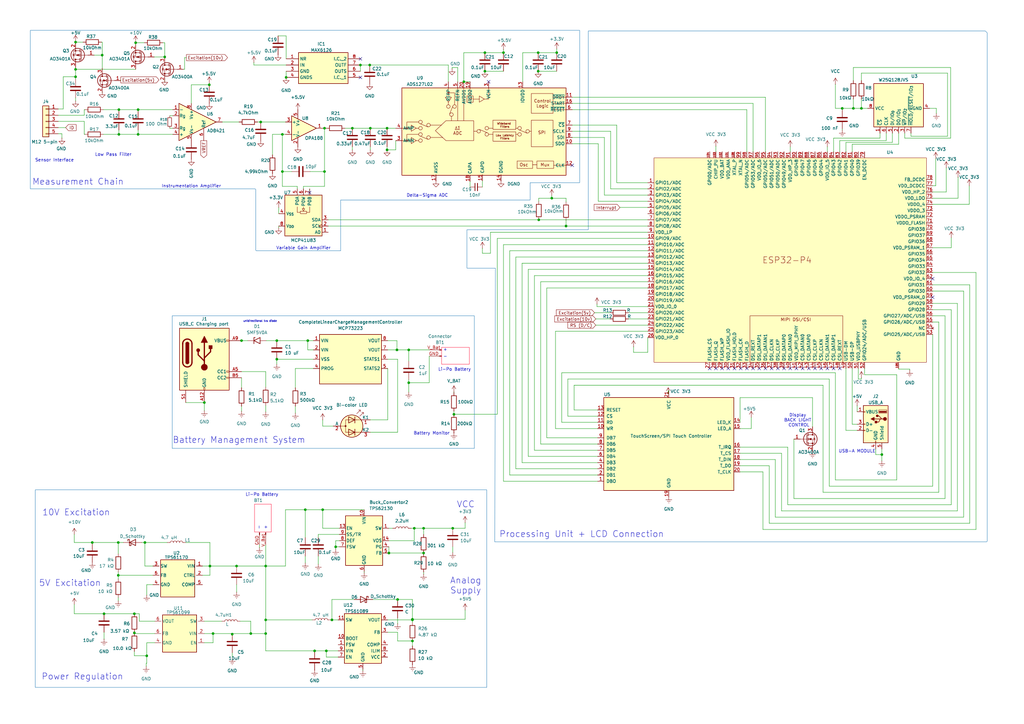
<source format=kicad_sch>
(kicad_sch (version 20250114) (generator "eeschema") (generator_version "9.0")
  (paper "A3")
  (title_block (title "Mobile Force Verification Unit") (date "2025-11-28") (rev "0.5") (company "Innovatest") (comment 1 "Group 02"))
  (rectangle (start 14.478 200.914) (end 199.644 281.94) (stroke (width 0) (color 33 122 182 1)))
  (rectangle (start 70.612 129.54) (end 194.564 183.896) (stroke (width 0) (color 33 122 182 1)))
  (text "5V Excitation\n" (at 28.702 239.268 0) (effects (font (size 2.54 2.54))))
  (text "10V Excitation" (at 31.242 210.312 0) (effects (font (size 2.54 2.54))))
  (text "-" (at 182.626 146.304 0) (effects (font (size 1.27 1.27))))
  (text "Power Regulation" (at 33.782 277.622 0) (effects (font (size 2.54 2.54))))
  (text "Delta-Sigma ADC" (at 175.26 80.264 0) (effects (font (size 1.27 1.27))))
  (text "-" (at 106.172 216.408 90) (effects (font (size 1.27 1.27))))
  (text "Battery Monitor" (at 177.038 177.8 0) (effects (font (size 1.27 1.27))))
  (text "Processing Unit + LCD Connection \n" (at 239.522 219.202 0) (effects (font (size 2.54 2.54))))
  (text "Analog\nSupply\n" (at 191.008 240.284 0) (effects (font (size 2.54 2.54))))
  (text "Battery Management System" (at 98.044 180.594 0) (effects (font (size 2.54 2.54))))
  (text "Sensor Interface" (at 22.352 65.786 0) (effects (font (size 1.27 1.27))))
  (text "VCC\n" (at 191.008 207.01 0) (effects (font (size 2.54 2.54))))
  (text "Variable Gain Amplifier\n" (at 124.46 101.854 0) (effects (font (size 1.27 1.27))))
  (text "+" (at 108.966 216.408 90) (effects (font (size 1.27 1.27))))
  (text "USB-A MODULE\n" (at 351.536 185.166 0) (effects (font (size 1.27 1.27))))
  (text "Instrumentation Amplifier" (at 78.486 76.454 0) (effects (font (size 1.27 1.27))))
  (text "+" (at 182.626 143.51 0) (effects (font (size 1.27 1.27))))
  (text "unidirectional tvs diode" (at 106.68 131.826 0) (effects (font (size 0.762 0.762))))
  (text "Low Pass Filter\n" (at 46.482 63.5 0) (effects (font (size 1.27 1.27))))
  (text "Display \nBACK LIGHT \nCONTROL\n" (at 327.66 172.466 0) (effects (font (size 1.27 1.27))))
  (text "Li-Po Battery\n" (at 107.442 202.946 0) (effects (font (size 1.27 1.27))))
  (text "Li-Po Battery\n" (at 186.436 151.638 0) (effects (font (size 1.27 1.27))))
  (text "Measurement Chain\n" (at 32.004 74.676 0) (effects (font (size 2.54 2.54))))
  (text_box "" (at 111.252 206.756 90) (size -6.858 11.43) (margins 0.9525 0.9525 0.9525 0.9525) (stroke (width 0) (color 255 18 58 1)) (effects (font (size 1.27 1.27)) (justify left top)))
  (text_box "" (at 181.102 142.494 0) (size 11.43 6.858) (margins 0.9525 0.9525 0.9525 0.9525) (stroke (width 0) (color 255 18 58 1)) (effects (font (size 1.27 1.27)) (justify left top)))
  (junction (at 83.82 165.1))
  (junction (at 151.638 26.67))
  (junction (at 115.824 70.358))
  (junction (at 159.512 226.822))
  (junction (at 151.892 52.578))
  (junction (at 136.144 254.254))
  (junction (at 173.736 216.662))
  (junction (at 56.642 55.118))
  (junction (at 158.75 52.578))
  (junction (at 67.564 23.368))
  (junction (at 108.966 232.156))
  (junction (at 60.198 268.986))
  (junction (at 108.966 259.842))
  (junction (at 48.768 44.958))
  (junction (at 133.096 52.578))
  (junction (at 108.966 254.254))
  (junction (at 42.672 251.714))
  (junction (at 99.06 139.7))
  (junction (at 163.068 245.872))
  (junction (at 85.852 34.798))
  (junction (at 167.64 143.51))
  (junction (at 158.75 61.468))
  (junction (at 55.626 17.526))
  (junction (at 169.164 262.89))
  (junction (at 228.346 21.59))
  (junction (at 345.44 44.45))
  (junction (at 232.156 92.71))
  (junction (at 41.91 22.606))
  (junction (at 113.538 147.32))
  (junction (at 220.726 29.21))
  (junction (at 59.436 222.504))
  (junction (at 30.988 17.272))
  (junction (at 56.642 44.958))
  (junction (at 167.64 156.972))
  (junction (at 87.376 259.842))
  (junction (at 117.348 31.75))
  (junction (at 169.164 254))
  (junction (at 220.726 21.59))
  (junction (at 132.334 209.042))
  (junction (at 198.882 29.21))
  (junction (at 86.106 232.156))
  (junction (at 198.882 21.59))
  (junction (at 102.87 259.842))
  (junction (at 115.824 55.118))
  (junction (at 350.012 44.45))
  (junction (at 95.25 260.096))
  (junction (at 113.538 139.7))
  (junction (at 48.514 235.966))
  (junction (at 30.988 31.496))
  (junction (at 129.032 266.954))
  (junction (at 133.096 70.358))
  (junction (at 169.926 216.662))
  (junction (at 169.164 254.254))
  (junction (at 186.182 169.926))
  (junction (at 137.668 224.282))
  (junction (at 353.314 44.45))
  (junction (at 190.246 33.528))
  (junction (at 185.674 216.662))
  (junction (at 173.736 226.822))
  (junction (at 144.526 52.578))
  (junction (at 147.828 26.67))
  (junction (at 133.858 266.954))
  (junction (at 106.934 50.038))
  (junction (at 206.502 21.59))
  (junction (at 126.238 139.7))
  (junction (at 37.846 222.504))
  (junction (at 162.814 143.51))
  (junction (at 361.696 186.436))
  (junction (at 97.028 232.156))
  (junction (at 220.98 90.17))
  (junction (at 55.118 259.588))
  (junction (at 226.314 81.28))
  (junction (at 30.988 28.448))
  (junction (at 48.768 55.118))
  (junction (at 125.222 209.042))
  (junction (at 55.118 251.714))
  (junction (at 48.514 222.504))
  (no_connect (at 341.884 151.13))
  (no_connect (at 324.104 151.13))
  (no_connect (at 331.724 151.13))
  (no_connect (at 344.424 151.13))
  (no_connect (at 303.784 151.13))
  (no_connect (at 308.864 151.13))
  (no_connect (at 291.084 151.13))
  (no_connect (at 321.564 151.13))
  (no_connect (at 313.944 151.13))
  (no_connect (at 339.344 151.13))
  (no_connect (at 301.244 151.13))
  (no_connect (at 336.804 151.13))
  (no_connect (at 316.484 151.13))
  (no_connect (at 293.624 151.13))
  (no_connect (at 147.828 31.75))
  (no_connect (at 200.406 33.528))
  (no_connect (at 319.024 151.13))
  (no_connect (at 326.644 151.13))
  (no_connect (at 127 78.994))
  (no_connect (at 147.828 24.13))
  (no_connect (at 311.404 151.13))
  (no_connect (at 329.184 151.13))
  (no_connect (at 296.164 151.13))
  (no_connect (at 234.696 67.818))
  (no_connect (at 306.324 151.13))
  (no_connect (at 382.524 114.3))
  (no_connect (at 334.264 151.13))
  (no_connect (at 382.524 121.92))
  (no_connect (at 298.704 151.13))
  (wire (pts (xy 234.696 51.308) (xy 252.984 51.308)))
  (wire (pts (xy 169.926 216.662) (xy 169.926 221.742)))
  (wire (pts (xy 206.502 29.21) (xy 198.882 29.21)))
  (wire (pts (xy 361.696 186.436) (xy 361.696 188.976)))
  (wire (pts (xy 151.892 172.212) (xy 159.004 172.212)))
  (wire (pts (xy 342.646 44.45) (xy 345.44 44.45)))
  (wire (pts (xy 86.106 232.156) (xy 86.106 222.504)))
  (wire (pts (xy 124.46 76.454) (xy 124.46 77.47)))
  (wire (pts (xy 102.87 259.842) (xy 95.25 259.842)))
  (wire (pts (xy 350.012 44.45) (xy 353.314 44.45)))
  (wire (pts (xy 306.324 44.958) (xy 306.324 62.23)))
  (wire (pts (xy 382.524 78.74) (xy 388.112 78.74)))
  (wire (pts (xy 106.426 223.52) (xy 106.426 224.536)))
  (wire (pts (xy 354.584 153.67) (xy 367.792 153.67)))
  (wire (pts (xy 381.254 44.45) (xy 384.048 44.45)))
  (wire (pts (xy 234.696 53.848) (xy 250.444 53.848)))
  (wire (pts (xy 224.282 118.11) (xy 265.684 118.11)))
  (wire (pts (xy 48.768 53.34) (xy 48.768 55.118)))
  (wire (pts (xy 115.824 55.118) (xy 115.824 70.358)))
  (wire (pts (xy 130.556 228.092) (xy 130.556 231.394)))
  (wire (pts (xy 99.06 154.94) (xy 99.06 159.004)))
  (wire (pts (xy 159.004 139.7) (xy 162.814 139.7)))
  (wire (pts (xy 349.504 151.13) (xy 349.504 173.99)))
  (wire (pts (xy 235.458 168.148) (xy 235.458 157.988)))
  (wire (pts (xy 232.156 92.71) (xy 265.684 92.71)))
  (wire (pts (xy 106.934 50.038) (xy 117.094 50.038)))
  (wire (pts (xy 41.91 22.606) (xy 41.91 27.94)))
  (wire (pts (xy 94.996 259.842) (xy 87.376 259.842)))
  (wire (pts (xy 203.962 169.926) (xy 203.962 97.79)))
  (wire (pts (xy 168.656 216.662) (xy 169.926 216.662)))
  (wire (pts (xy 114.3 92.71) (xy 114.3 93.472)))
  (wire (pts (xy 344.424 57.658) (xy 363.474 57.658)))
  (wire (pts (xy 351.536 168.91) (xy 351.536 166.37)))
  (wire (pts (xy 130.556 219.202) (xy 130.556 220.472)))
  (wire (pts (xy 132.334 216.662) (xy 139.192 216.662)))
  (wire (pts (xy 62.738 239.776) (xy 60.198 239.776)))
  (wire (pts (xy 108.966 254.254) (xy 108.966 259.842)))
  (wire (pts (xy 303.53 183.388) (xy 323.088 183.388)))
  (wire (pts (xy 133.096 52.578) (xy 133.096 70.358)))
  (wire (pts (xy 133.096 76.454) (xy 124.46 76.454)))
  (wire (pts (xy 169.164 254) (xy 190.754 254)))
  (wire (pts (xy 133.858 266.954) (xy 138.684 266.954)))
  (wire (pts (xy 245.11 192.278) (xy 211.582 192.278)))
  (wire (pts (xy 167.64 143.51) (xy 167.64 148.082)))
  (wire (pts (xy 121.92 76.454) (xy 121.92 77.47)))
  (wire (pts (xy 214.376 21.59) (xy 214.376 33.528)))
  (wire (pts (xy 235.458 157.988) (xy 337.566 157.988)))
  (wire (pts (xy 163.068 253.492) (xy 163.068 255.778)))
  (wire (pts (xy 257.81 128.27) (xy 265.684 128.27)))
  (wire (pts (xy 371.094 54.61) (xy 371.094 56.642)))
  (wire (pts (xy 312.928 217.17) (xy 400.304 217.17)))
  (wire (pts (xy 48.514 246.38) (xy 48.514 245.11)))
  (wire (pts (xy 234.696 42.418) (xy 308.864 42.418)))
  (wire (pts (xy 55.626 17.526) (xy 59.182 17.526)))
  (wire (pts (xy 104.14 26.67) (xy 117.348 26.67)))
  (wire (pts (xy 158.75 61.468) (xy 158.75 60.198)))
  (wire (pts (xy 337.566 201.93) (xy 385.064 201.93)))
  (wire (pts (xy 173.736 216.662) (xy 173.736 219.202)))
  (wire (pts (xy 220.98 82.55) (xy 220.98 81.28)))
  (wire (pts (xy 67.564 17.526) (xy 67.564 23.368)))
  (wire (pts (xy 190.754 254) (xy 190.754 250.19)))
  (wire (pts (xy 128.524 151.13) (xy 121.158 151.13)))
  (wire (pts (xy 324.104 60.198) (xy 324.104 62.23)))
  (wire (pts (xy 151.638 26.67) (xy 183.896 26.67)))
  (wire (pts (xy 30.988 17.272) (xy 34.036 17.272)))
  (wire (pts (xy 265.684 80.01) (xy 247.904 80.01)))
  (wire (pts (xy 363.474 57.658) (xy 363.474 54.61)))
  (wire (pts (xy 48.768 44.958) (xy 48.768 45.72)))
  (wire (pts (xy 113.538 139.446) (xy 113.538 139.7)))
  (wire (pts (xy 201.168 95.25) (xy 265.684 95.25)))
  (wire (pts (xy 359.156 186.436) (xy 359.156 184.15)))
  (wire (pts (xy 159.512 216.662) (xy 161.036 216.662)))
  (wire (pts (xy 59.944 273.304) (xy 59.944 272.034)))
  (wire (pts (xy 206.502 21.59) (xy 198.882 21.59)))
  (wire (pts (xy 169.926 221.742) (xy 159.512 221.742)))
  (wire (pts (xy 55.118 259.588) (xy 55.118 259.334)))
  (wire (pts (xy 147.828 26.67) (xy 151.638 26.67)))
  (wire (pts (xy 169.164 254) (xy 169.164 254.254)))
  (wire (pts (xy 232.156 90.424) (xy 232.156 92.71)))
  (wire (pts (xy 373.126 151.384) (xy 373.126 151.892)))
  (wire (pts (xy 219.202 113.03) (xy 265.684 113.03)))
  (wire (pts (xy 167.64 155.702) (xy 167.64 156.972)))
  (wire (pts (xy 247.904 80.01) (xy 247.904 56.388)))
  (wire (pts (xy 162.306 61.468) (xy 162.306 57.658)))
  (wire (pts (xy 392.684 124.46) (xy 392.684 209.55)))
  (wire (pts (xy 211.582 105.41) (xy 211.582 192.278)))
  (wire (pts (xy 117.094 209.042) (xy 125.222 209.042)))
  (wire (pts (xy 41.656 17.272) (xy 41.91 17.272)))
  (wire (pts (xy 159.004 143.51) (xy 162.814 143.51)))
  (wire (pts (xy 190.246 21.59) (xy 190.246 33.528)))
  (wire (pts (xy 216.662 187.198) (xy 245.11 187.198)))
  (wire (pts (xy 395.224 119.38) (xy 395.224 212.09)))
  (wire (pts (xy 341.884 62.23) (xy 341.884 56.642)))
  (wire (pts (xy 56.642 55.118) (xy 70.866 55.118)))
  (wire (pts (xy 190.246 33.528) (xy 192.786 33.528)))
  (wire (pts (xy 367.792 196.85) (xy 367.792 153.67)))
  (wire (pts (xy 185.42 28.194) (xy 185.42 27.686)))
  (wire (pts (xy 274.32 160.274) (xy 274.066 160.274)))
  (wire (pts (xy 349.504 59.182) (xy 368.554 59.182)))
  (wire (pts (xy 63.5 263.652) (xy 60.198 263.652)))
  (wire (pts (xy 387.604 129.54) (xy 387.604 204.47)))
  (wire (pts (xy 382.524 81.28) (xy 392.938 81.28)))
  (wire (pts (xy 57.15 254.762) (xy 57.15 251.714)))
  (wire (pts (xy 227.838 175.768) (xy 245.11 175.768)))
  (wire (pts (xy 75.692 28.448) (xy 75.184 28.448)))
  (wire (pts (xy 227.838 135.89) (xy 227.838 175.768)))
  (wire (pts (xy 139.192 221.742) (xy 137.668 221.742)))
  (wire (pts (xy 206.502 100.33) (xy 265.684 100.33)))
  (wire (pts (xy 151.892 52.578) (xy 158.75 52.578)))
  (wire (pts (xy 209.042 102.87) (xy 265.684 102.87)))
  (wire (pts (xy 109.22 139.7) (xy 113.538 139.7)))
  (wire (pts (xy 388.112 68.834) (xy 388.112 78.74)))
  (wire (pts (xy 360.934 56.642) (xy 360.934 54.61)))
  (wire (pts (xy 108.966 232.156) (xy 108.966 254.254)))
  (wire (pts (xy 345.44 44.45) (xy 350.012 44.45)))
  (wire (pts (xy 368.554 151.384) (xy 368.554 151.13)))
  (wire (pts (xy 346.964 176.53) (xy 351.536 176.53)))
  (wire (pts (xy 250.19 128.27) (xy 243.84 128.27)))
  (wire (pts (xy 245.11 170.688) (xy 232.918 170.688)))
  (wire (pts (xy 197.866 74.168) (xy 197.866 76.708)))
  (wire (pts (xy 371.094 56.642) (xy 389.89 56.642)))
  (wire (pts (xy 344.424 62.23) (xy 344.424 57.658)))
  (wire (pts (xy 108.966 152.4) (xy 108.966 158.75)))
  (wire (pts (xy 108.966 266.954) (xy 129.032 266.954)))
  (wire (pts (xy 149.352 234.442) (xy 149.352 234.95)))
  (wire (pts (xy 86.106 232.156) (xy 83.058 232.156)))
  (wire (pts (xy 41.91 38.1) (xy 41.91 37.592)))
  (wire (pts (xy 173.736 234.696) (xy 173.736 235.458)))
  (wire (pts (xy 221.742 115.57) (xy 221.742 182.118)))
  (wire (pts (xy 141.478 52.578) (xy 144.526 52.578)))
  (wire (pts (xy 60.198 272.034) (xy 60.198 268.986)))
  (wire (pts (xy 169.164 245.872) (xy 169.164 254)))
  (wire (pts (xy 129.032 267.208) (xy 129.032 266.954)))
  (wire (pts (xy 56.642 44.958) (xy 70.866 44.958)))
  (wire (pts (xy 382.524 76.2) (xy 383.794 76.2)))
  (wire (pts (xy 132.334 209.042) (xy 132.334 216.662)))
  (wire (pts (xy 111.76 55.118) (xy 111.76 63.5)))
  (wire (pts (xy 133.858 269.494) (xy 138.684 269.494)))
  (wire (pts (xy 115.824 70.358) (xy 119.634 70.358)))
  (wire (pts (xy 400.304 111.76) (xy 400.304 217.17)))
  (wire (pts (xy 265.684 82.55) (xy 245.364 82.55)))
  (wire (pts (xy 392.938 81.28) (xy 392.938 72.644)))
  (wire (pts (xy 30.48 222.504) (xy 30.48 219.202)))
  (wire (pts (xy 187.706 27.686) (xy 187.706 33.528)))
  (wire (pts (xy 60.198 239.776) (xy 60.198 244.094)))
  (wire (pts (xy 115.824 55.118) (xy 111.76 55.118)))
  (wire (pts (xy 121.158 166.624) (xy 121.158 169.418)))
  (wire (pts (xy 308.864 62.23) (xy 308.864 42.418)))
  (wire (pts (xy 63.5 259.842) (xy 55.118 259.842)))
  (wire (pts (xy 361.696 186.436) (xy 359.156 186.436)))
  (wire (pts (xy 115.824 76.454) (xy 115.824 70.358)))
  (wire (pts (xy 78.486 34.798) (xy 78.486 42.418)))
  (wire (pts (xy 342.646 34.544) (xy 342.646 44.45)))
  (wire (pts (xy 127 78.994) (xy 127 77.47)))
  (wire (pts (xy 315.468 191.008) (xy 315.468 214.63)))
  (wire (pts (xy 56.642 44.704) (xy 56.896 44.704)))
  (wire (pts (xy 232.156 82.804) (xy 232.156 81.28)))
  (wire (pts (xy 382.524 137.16) (xy 382.524 199.39)))
  (wire (pts (xy 228.346 21.59) (xy 220.726 21.59)))
  (wire (pts (xy 83.82 165.1) (xy 83.82 168.402)))
  (wire (pts (xy 397.764 116.84) (xy 397.764 214.63)))
  (wire (pts (xy 176.022 146.05) (xy 176.022 156.972)))
  (wire (pts (xy 169.164 262.89) (xy 163.068 262.89)))
  (wire (pts (xy 158.75 52.578) (xy 162.306 52.578)))
  (wire (pts (xy 87.376 259.842) (xy 83.82 259.842)))
  (wire (pts (xy 318.008 212.09) (xy 395.224 212.09)))
  (wire (pts (xy 303.53 188.468) (xy 318.008 188.468)))
  (wire (pts (xy 368.554 54.61) (xy 368.554 59.182)))
  (wire (pts (xy 34.544 55.118) (xy 34.798 55.118)))
  (wire (pts (xy 313.944 62.23) (xy 313.944 39.878)))
  (wire (pts (xy 274.066 160.274) (xy 274.066 161.544)))
  (wire (pts (xy 224.282 118.11) (xy 224.282 179.578)))
  (wire (pts (xy 163.068 147.32) (xy 163.068 177.292)))
  (wire (pts (xy 63.5 254.762) (xy 57.15 254.762)))
  (wire (pts (xy 257.81 130.81) (xy 265.684 130.81)))
  (wire (pts (xy 159.004 151.13) (xy 159.004 172.212)))
  (wire (pts (xy 250.444 53.848) (xy 250.444 77.47)))
  (wire (pts (xy 303.53 193.548) (xy 312.928 193.548)))
  (wire (pts (xy 206.502 20.32) (xy 206.502 21.59)))
  (wire (pts (xy 293.624 59.944) (xy 293.624 62.23)))
  (wire (pts (xy 169.164 262.89) (xy 169.164 264.922)))
  (wire (pts (xy 366.014 58.42) (xy 366.014 54.61)))
  (wire (pts (xy 342.646 152.908) (xy 342.646 196.85)))
  (wire (pts (xy 152.908 245.872) (xy 163.068 245.872)))
  (wire (pts (xy 108.966 232.156) (xy 117.094 232.156)))
  (wire (pts (xy 349.504 62.23) (xy 349.504 59.182)))
  (wire (pts (xy 30.48 251.714) (xy 30.48 247.904)))
  (wire (pts (xy 226.314 81.28) (xy 220.98 81.28)))
  (wire (pts (xy 37.846 223.012) (xy 37.846 222.504)))
  (wire (pts (xy 230.378 173.228) (xy 230.378 152.908)))
  (wire (pts (xy 55.118 251.714) (xy 42.672 251.714)))
  (wire (pts (xy 137.668 224.282) (xy 137.668 225.298)))
  (wire (pts (xy 228.346 20.066) (xy 228.346 21.59)))
  (wire (pts (xy 389.89 56.642) (xy 389.89 27.686)))
  (wire (pts (xy 23.876 52.324) (xy 26.924 52.324)))
  (wire (pts (xy 265.684 138.43) (xy 265.684 144.526)))
  (wire (pts (xy 226.314 80.264) (xy 226.314 81.28)))
  (wire (pts (xy 373.634 55.88) (xy 373.634 54.61)))
  (wire (pts (xy 30.988 17.018) (xy 30.988 17.272)))
  (wire (pts (xy 102.87 254.762) (xy 98.552 254.762)))
  (wire (pts (xy 221.742 182.118) (xy 245.11 182.118)))
  (wire (pts (xy 274.32 160.528) (xy 274.32 160.274)))
  (wire (pts (xy 167.64 143.51) (xy 176.022 143.51)))
  (wire (pts (xy 382.524 101.6) (xy 390.144 101.6)))
  (wire (pts (xy 339.344 60.198) (xy 339.344 62.23)))
  (wire (pts (xy 55.626 17.526) (xy 55.626 18.288)))
  (wire (pts (xy 373.126 151.384) (xy 368.554 151.384)))
  (wire (pts (xy 34.544 44.958) (xy 34.544 47.244)))
  (wire (pts (xy 353.314 40.64) (xy 353.314 44.45)))
  (wire (pts (xy 48.768 55.118) (xy 56.642 55.118)))
  (wire (pts (xy 132.334 209.042) (xy 149.352 209.042)))
  (wire (pts (xy 34.544 49.784) (xy 23.876 49.784)))
  (wire (pts (xy 69.596 47.498) (xy 70.866 47.498)))
  (wire (pts (xy 139.192 224.282) (xy 137.668 224.282)))
  (wire (pts (xy 245.11 173.228) (xy 230.378 173.228)))
  (wire (pts (xy 250.444 77.47) (xy 265.684 77.47)))
  (wire (pts (xy 221.742 115.57) (xy 265.684 115.57)))
  (wire (pts (xy 337.566 157.988) (xy 337.566 201.93)))
  (wire (pts (xy 345.44 45.212) (xy 345.44 44.45)))
  (wire (pts (xy 353.314 33.02) (xy 353.314 29.972)))
  (wire (pts (xy 382.524 83.82) (xy 397.51 83.82)))
  (wire (pts (xy 137.668 221.742) (xy 137.668 224.282)))
  (wire (pts (xy 244.348 130.81) (xy 250.19 130.81)))
  (wire (pts (xy 30.988 40.132) (xy 30.988 41.402)))
  (wire (pts (xy 117.094 55.118) (xy 115.824 55.118)))
  (wire (pts (xy 121.158 151.13) (xy 121.158 159.004)))
  (wire (pts (xy 42.672 259.334) (xy 42.672 262.128)))
  (wire (pts (xy 25.908 31.496) (xy 25.908 44.704)))
  (wire (pts (xy 41.91 17.272) (xy 41.91 22.606)))
  (wire (pts (xy 148.844 274.574) (xy 148.844 275.082)))
  (wire (pts (xy 151.892 60.198) (xy 151.892 61.468)))
  (wire (pts (xy 245.11 168.148) (xy 235.458 168.148)))
  (wire (pts (xy 303.53 191.008) (xy 315.468 191.008)))
  (wire (pts (xy 340.106 199.39) (xy 382.524 199.39)))
  (wire (pts (xy 163.068 259.334) (xy 159.004 259.334)))
  (wire (pts (xy 192.786 74.422) (xy 192.786 76.708)))
  (wire (pts (xy 50.546 222.504) (xy 48.514 222.504)))
  (wire (pts (xy 86.106 232.156) (xy 86.106 235.966)))
  (wire (pts (xy 42.418 55.118) (xy 48.768 55.118)))
  (wire (pts (xy 55.118 267.208) (xy 55.118 268.986)))
  (wire (pts (xy 59.944 272.034) (xy 60.198 272.034)))
  (wire (pts (xy 234.696 58.928) (xy 245.364 58.928)))
  (wire (pts (xy 320.548 209.55) (xy 392.684 209.55)))
  (wire (pts (xy 206.502 100.33) (xy 206.502 197.358)))
  (wire (pts (xy 75.692 23.622) (xy 75.692 28.448)))
  (wire (pts (xy 234.696 44.958) (xy 306.324 44.958)))
  (wire (pts (xy 169.164 254.254) (xy 169.164 255.27)))
  (wire (pts (xy 232.918 170.688) (xy 232.918 155.448)))
  (wire (pts (xy 323.088 183.388) (xy 323.088 207.01)))
  (wire (pts (xy 99.06 139.7) (xy 101.6 139.7)))
  (wire (pts (xy 244.856 125.73) (xy 244.856 124.714)))
  (wire (pts (xy 244.348 133.35) (xy 265.684 133.35)))
  (wire (pts (xy 308.102 175.768) (xy 308.102 171.196)))
  (wire (pts (xy 87.376 263.652) (xy 83.82 263.652)))
  (wire (pts (xy 254.254 85.09) (xy 265.684 85.09)))
  (wire (pts (xy 25.908 31.496) (xy 30.988 31.496)))
  (wire (pts (xy 173.736 227.076) (xy 173.736 226.822)))
  (wire (pts (xy 57.15 251.714) (xy 55.118 251.714)))
  (wire (pts (xy 162.814 139.7) (xy 162.814 143.51)))
  (wire (pts (xy 30.988 17.272) (xy 30.988 17.526)))
  (wire (pts (xy 125.222 209.042) (xy 132.334 209.042)))
  (wire (pts (xy 60.198 263.652) (xy 60.198 268.986)))
  (wire (pts (xy 132.334 172.212) (xy 132.334 174.752)))
  (wire (pts (xy 392.684 124.46) (xy 382.524 124.46)))
  (wire (pts (xy 352.044 155.448) (xy 353.314 155.448)))
  (wire (pts (xy 48.514 222.504) (xy 37.846 222.504)))
  (wire (pts (xy 117.348 31.75) (xy 117.348 29.21)))
  (wire (pts (xy 384.048 44.45) (xy 384.048 46.482)))
  (wire (pts (xy 234.696 56.388) (xy 247.904 56.388)))
  (wire (pts (xy 91.186 50.038) (xy 98.044 50.038)))
  (wire (pts (xy 97.028 232.156) (xy 86.106 232.156)))
  (wire (pts (xy 56.642 53.34) (xy 56.642 55.118)))
  (wire (pts (xy 132.334 174.752) (xy 136.652 174.752)))
  (wire (pts (xy 95.25 260.096) (xy 94.996 260.096)))
  (wire (pts (xy 259.842 142.24) (xy 259.842 144.526)))
  (wire (pts (xy 214.122 107.95) (xy 265.684 107.95)))
  (wire (pts (xy 25.4 54.864) (xy 25.4 56.642)))
  (wire (pts (xy 216.662 110.49) (xy 265.684 110.49)))
  (wire (pts (xy 136.144 245.872) (xy 136.144 254.254)))
  (wire (pts (xy 114.3 85.09) (xy 114.3 87.63)))
  (wire (pts (xy 346.964 151.13) (xy 346.964 176.53)))
  (wire (pts (xy 85.852 34.798) (xy 85.852 34.036)))
  (wire (pts (xy 94.996 260.096) (xy 94.996 259.842)))
  (wire (pts (xy 201.168 103.886) (xy 201.168 95.25)))
  (wire (pts (xy 209.042 102.87) (xy 209.042 194.818)))
  (wire (pts (xy 86.106 222.504) (xy 76.2 222.504)))
  (wire (pts (xy 63.246 23.368) (xy 67.564 23.368)))
  (wire (pts (xy 318.008 188.468) (xy 318.008 212.09)))
  (wire (pts (xy 159.004 254.254) (xy 169.164 254.254)))
  (wire (pts (xy 113.538 147.32) (xy 128.524 147.32)))
  (wire (pts (xy 99.06 166.624) (xy 99.06 168.656)))
  (wire (pts (xy 349.504 173.99) (xy 351.536 173.99)))
  (wire (pts (xy 159.004 147.32) (xy 163.068 147.32)))
  (wire (pts (xy 48.514 235.966) (xy 48.514 237.49)))
  (wire (pts (xy 76.2 165.1) (xy 83.82 165.1)))
  (wire (pts (xy 135.636 254.254) (xy 136.144 254.254)))
  (wire (pts (xy 127.254 70.358) (xy 133.096 70.358)))
  (wire (pts (xy 158.75 61.468) (xy 162.306 61.468)))
  (wire (pts (xy 323.088 207.01) (xy 390.144 207.01)))
  (wire (pts (xy 303.53 163.068) (xy 333.248 163.068)))
  (wire (pts (xy 382.524 111.76) (xy 400.304 111.76)))
  (wire (pts (xy 197.866 103.886) (xy 197.866 101.854)))
  (wire (pts (xy 102.87 259.842) (xy 108.966 259.842)))
  (wire (pts (xy 341.884 56.642) (xy 360.934 56.642)))
  (wire (pts (xy 320.548 185.928) (xy 320.548 209.55)))
  (wire (pts (xy 214.122 107.95) (xy 214.122 189.738)))
  (wire (pts (xy 159.512 224.282) (xy 159.512 226.822)))
  (wire (pts (xy 186.182 168.656) (xy 186.182 169.926)))
  (wire (pts (xy 34.544 44.958) (xy 34.798 44.958)))
  (wire (pts (xy 227.838 135.89) (xy 265.684 135.89)))
  (wire (pts (xy 117.094 209.042) (xy 117.094 232.156)))
  (wire (pts (xy 245.364 82.55) (xy 245.364 58.928)))
  (wire (pts (xy 252.984 74.93) (xy 265.684 74.93)))
  (wire (pts (xy 183.896 26.67) (xy 183.896 33.528)))
  (wire (pts (xy 385.064 132.08) (xy 385.064 201.93)))
  (wire (pts (xy 159.512 226.822) (xy 173.736 226.822)))
  (wire (pts (xy 220.98 90.17) (xy 265.684 90.17)))
  (wire (pts (xy 86.106 235.966) (xy 83.058 235.966)))
  (wire (pts (xy 382.524 119.38) (xy 395.224 119.38)))
  (wire (pts (xy 232.156 81.28) (xy 226.314 81.28)))
  (wire (pts (xy 185.674 224.282) (xy 185.674 226.568)))
  (wire (pts (xy 190.246 21.59) (xy 198.882 21.59)))
  (wire (pts (xy 252.984 51.308) (xy 252.984 74.93)))
  (wire (pts (xy 113.538 147.32) (xy 113.538 149.352)))
  (wire (pts (xy 108.966 166.37) (xy 108.966 168.91)))
  (wire (pts (xy 134.62 90.17) (xy 220.98 90.17)))
  (wire (pts (xy 129.032 266.954) (xy 133.858 266.954)))
  (wire (pts (xy 353.314 29.972) (xy 388.62 29.972)))
  (wire (pts (xy 121.92 76.454) (xy 115.824 76.454)))
  (wire (pts (xy 59.436 222.504) (xy 58.166 222.504)))
  (wire (pts (xy 312.928 193.548) (xy 312.928 217.17)))
  (wire (pts (xy 68.58 222.504) (xy 59.436 222.504)))
  (wire (pts (xy 56.642 44.704) (xy 56.642 44.958)))
  (wire (pts (xy 211.582 105.41) (xy 265.684 105.41)))
  (wire (pts (xy 133.096 70.358) (xy 133.096 76.454)))
  (wire (pts (xy 30.988 28.448) (xy 30.988 31.496)))
  (wire (pts (xy 216.662 110.49) (xy 216.662 187.198)))
  (wire (pts (xy 126.238 139.7) (xy 128.524 139.7)))
  (wire (pts (xy 117.348 14.732) (xy 117.348 24.13)))
  (wire (pts (xy 186.182 169.926) (xy 203.962 169.926)))
  (wire (pts (xy 315.468 214.63) (xy 397.764 214.63)))
  (wire (pts (xy 126.238 143.51) (xy 126.238 139.7)))
  (wire (pts (xy 59.436 232.156) (xy 62.738 232.156)))
  (wire (pts (xy 190.754 216.662) (xy 185.674 216.662)))
  (wire (pts (xy 245.11 194.818) (xy 209.042 194.818)))
  (wire (pts (xy 133.858 269.494) (xy 133.858 266.954)))
  (wire (pts (xy 25.908 44.704) (xy 23.876 44.704)))
  (wire (pts (xy 95.25 259.842) (xy 95.25 260.096)))
  (wire (pts (xy 62.738 235.966) (xy 48.514 235.966)))
  (wire (pts (xy 390.144 127) (xy 390.144 207.01)))
  (wire (pts (xy 97.028 242.824) (xy 97.028 239.776)))
  (wire (pts (xy 390.144 127) (xy 382.524 127)))
  (wire (pts (xy 350.012 40.64) (xy 350.012 44.45)))
  (wire (pts (xy 353.314 154.94) (xy 353.314 155.448)))
  (wire (pts (xy 98.806 139.7) (xy 99.06 139.7)))
  (wire (pts (xy 30.988 28.448) (xy 55.626 28.448)))
  (wire (pts (xy 345.44 53.34) (xy 345.44 52.832)))
  (wire (pts (xy 23.876 54.864) (xy 25.4 54.864)))
  (wire (pts (xy 214.376 21.59) (xy 220.726 21.59)))
  (wire (pts (xy 38.608 22.606) (xy 41.91 22.606)))
  (wire (pts (xy 388.62 29.972) (xy 388.62 55.88)))
  (wire (pts (xy 67.564 33.528) (xy 67.564 32.512)))
  (wire (pts (xy 59.436 222.504) (xy 59.436 232.156)))
  (wire (pts (xy 354.584 151.13) (xy 354.584 153.67)))
  (wire (pts (xy 162.814 143.51) (xy 167.64 143.51)))
  (wire (pts (xy 383.794 65.024) (xy 383.794 76.2)))
  (wire (pts (xy 186.182 160.782) (xy 186.182 161.036)))
  (wire (pts (xy 144.526 52.578) (xy 151.892 52.578)))
  (wire (pts (xy 147.828 26.67) (xy 147.828 29.21)))
  (wire (pts (xy 125.222 228.092) (xy 125.222 230.886)))
  (wire (pts (xy 37.846 222.504) (xy 30.48 222.504)))
  (wire (pts (xy 60.198 268.986) (xy 55.118 268.986)))
  (wire (pts (xy 30.988 32.512) (xy 30.988 31.496)))
  (wire (pts (xy 185.42 27.686) (xy 187.706 27.686)))
  (wire (pts (xy 167.64 156.972) (xy 167.64 160.782)))
  (wire (pts (xy 303.53 185.928) (xy 320.548 185.928)))
  (wire (pts (xy 382.524 132.08) (xy 385.064 132.08)))
  (wire (pts (xy 325.628 180.086) (xy 325.628 204.47)))
  (wire (pts (xy 126.238 143.51) (xy 128.524 143.51)))
  (wire (pts (xy 173.736 216.662) (xy 185.674 216.662)))
  (wire (pts (xy 34.544 55.118) (xy 34.544 49.784)))
  (wire (pts (xy 87.376 259.842) (xy 87.376 263.652)))
  (wire (pts (xy 203.962 97.79) (xy 265.684 97.79)))
  (wire (pts (xy 245.11 197.358) (xy 206.502 197.358)))
  (wire (pts (xy 95.25 267.716) (xy 95.25 270.002)))
  (wire (pts (xy 34.544 47.244) (xy 23.876 47.244)))
  (wire (pts (xy 48.768 44.958) (xy 56.642 44.958)))
  (wire (pts (xy 108.966 223.52) (xy 108.966 232.156)))
  (wire (pts (xy 387.604 129.54) (xy 382.524 129.54)))
  (wire (pts (xy 350.012 33.02) (xy 350.012 27.686)))
  (wire (pts (xy 114.046 14.732) (xy 117.348 14.732)))
  (wire (pts (xy 232.918 155.448) (xy 340.106 155.448)))
  (wire (pts (xy 228.346 21.59) (xy 228.346 21.844)))
  (wire (pts (xy 66.802 17.526) (xy 67.564 17.526)))
  (wire (pts (xy 113.538 139.7) (xy 126.238 139.7)))
  (wire (pts (xy 219.202 184.658) (xy 245.11 184.658)))
  (wire (pts (xy 350.012 27.686) (xy 389.89 27.686)))
  (wire (pts (xy 30.988 27.686) (xy 30.988 28.448)))
  (wire (pts (xy 346.964 62.23) (xy 346.964 58.42)))
  (wire (pts (xy 361.696 186.436) (xy 361.696 184.15)))
  (wire (pts (xy 108.966 259.842) (xy 108.966 266.954)))
  (wire (pts (xy 108.966 232.156) (xy 97.028 232.156)))
  (wire (pts (xy 125.222 209.042) (xy 125.222 220.472)))
  (wire (pts (xy 56.642 44.958) (xy 56.642 45.72)))
  (wire (pts (xy 325.628 204.47) (xy 387.604 204.47)))
  (wire (pts (xy 397.51 76.2) (xy 397.51 83.82)))
  (wire (pts (xy 99.06 152.4) (xy 108.966 152.4)))
  (wire (pts (xy 102.87 254.762) (xy 102.87 259.842)))
  (wire (pts (xy 224.282 179.578) (xy 245.11 179.578)))
  (wire (pts (xy 388.62 55.88) (xy 373.634 55.88)))
  (wire (pts (xy 133.096 52.578) (xy 133.858 52.578)))
  (wire (pts (xy 234.696 39.878) (xy 313.944 39.878)))
  (wire (pts (xy 104.14 25.654) (xy 104.14 26.67)))
  (wire (pts (xy 55.118 259.842) (xy 55.118 259.588)))
  (wire (pts (xy 190.754 216.662) (xy 190.754 214.376)))
  (wire (pts (xy 69.596 52.578) (xy 70.866 52.578)))
  (wire (pts (xy 352.044 151.13) (xy 352.044 155.448)))
  (wire (pts (xy 108.966 254.254) (xy 128.016 254.254)))
  (wire (pts (xy 55.626 17.272) (xy 55.626 17.526)))
  (wire (pts (xy 230.378 152.908) (xy 342.646 152.908)))
  (wire (pts (xy 346.964 58.42) (xy 366.014 58.42)))
  (wire (pts (xy 134.62 92.71) (xy 232.156 92.71)))
  (wire (pts (xy 42.418 44.958) (xy 48.768 44.958)))
  (wire (pts (xy 259.842 144.526) (xy 265.684 144.526)))
  (wire (pts (xy 228.346 29.21) (xy 220.726 29.21)))
  (wire (pts (xy 130.556 219.202) (xy 139.192 219.202)))
  (wire (pts (xy 390.144 97.536) (xy 390.144 101.6)))
  (wire (pts (xy 201.168 103.886) (xy 197.866 103.886)))
  (wire (pts (xy 163.068 245.872) (xy 169.164 245.872)))
  (wire (pts (xy 48.514 234.696) (xy 48.514 235.966)))
  (wire (pts (xy 340.106 155.448) (xy 340.106 199.39)))
  (wire (pts (xy 90.932 254.762) (xy 83.82 254.762)))
  (wire (pts (xy 163.068 262.89) (xy 163.068 259.334)))
  (wire (pts (xy 85.852 34.798) (xy 78.486 34.798)))
  (wire (pts (xy 169.926 216.662) (xy 173.736 216.662)))
  (wire (pts (xy 342.646 196.85) (xy 367.792 196.85)))
  (wire (pts (xy 382.524 116.84) (xy 397.764 116.84)))
  (wire (pts (xy 151.892 177.292) (xy 163.068 177.292)))
  (wire (pts (xy 353.314 44.45) (xy 355.854 44.45)))
  (wire (pts (xy 219.202 113.03) (xy 219.202 184.658)))
  (wire (pts (xy 303.53 163.068) (xy 303.53 173.228)))
  (wire (pts (xy 244.856 125.73) (xy 265.684 125.73)))
  (wire (pts (xy 48.514 222.504) (xy 48.514 227.076)))
  (wire (pts (xy 214.122 189.738) (xy 245.11 189.738)))
  (wire (pts (xy 75.692 23.622) (xy 76.454 23.622)))
  (wire (pts (xy 303.53 175.768) (xy 308.102 175.768)))
  (wire (pts (xy 136.144 245.872) (xy 145.288 245.872)))
  (wire (pts (xy 144.526 61.468) (xy 144.526 60.198)))
  (wire (pts (xy 49.53 33.02) (xy 49.53 32.766)))
  (wire (pts (xy 136.144 254.254) (xy 138.684 254.254)))
  (wire (pts (xy 42.672 251.714) (xy 30.48 251.714)))
  (wire (pts (xy 113.538 139.7) (xy 113.538 140.208)))
  (wire (pts (xy 132.334 52.578) (xy 133.096 52.578)))
  (wire (pts (xy 105.664 50.038) (xy 106.934 50.038)))
  (wire (pts (xy 176.022 156.972) (xy 167.64 156.972)))
  (wire (pts (xy 333.248 163.068) (xy 333.248 175.006)))
  (global_label "Interrupt" (shape input) (at 254.254 85.09 180) (property "Intersheetrefs" "${INTERSHEET_REFS}" (effects (hide yes))))
  (global_label "Excitation(5v)" (shape output) (at 49.53 32.766 0) (property "Intersheetrefs" "${INTERSHEET_REFS}" (effects (hide yes))))
  (global_label "Excitation(10v)" (shape input) (at 244.348 130.81 180) (property "Intersheetrefs" "${INTERSHEET_REFS}" (effects (hide yes))))
  (global_label "Excitation(5v)" (shape input) (at 243.84 128.27 180) (property "Intersheetrefs" "${INTERSHEET_REFS}" (effects (hide yes))))
  (global_label "ID" (shape input) (at 26.924 52.324 0) (property "Intersheetrefs" "${INTERSHEET_REFS}" (effects (hide yes))))
  (global_label "VREF" (shape output) (at 83.566 57.658 270) (property "Intersheetrefs" "${INTERSHEET_REFS}" (effects (hide yes))))
  (global_label "Excitation(10v)" (shape output) (at 76.454 23.622 0) (property "Intersheetrefs" "${INTERSHEET_REFS}" (effects (hide yes))))
  (global_label "RS (D{slash}C)" (shape input) (at 244.348 133.35 180) (property "Intersheetrefs" "${INTERSHEET_REFS}" (effects (hide yes))))
  (rule_area (polyline (pts (xy 202.946 222.25) (xy 404.622 222.25) (xy 404.876 221.996) (xy 404.876 13.462) (xy 404.114 12.7) (xy 241.3 12.7) (xy 241.3 94.234) (xy 191.516 94.234) (xy 191.516 109.982) (xy 203.2 109.982) (xy 203.2 110.744)) (stroke (width 0) (color 33 122 182 1))))
  (rule_area (polyline (pts (xy 237.744 74.93) (xy 217.424 74.93) (xy 217.424 82.042) (xy 139.7 82.042) (xy 139.7 102.87) (xy 105.156 102.87) (xy 104.902 102.616) (xy 104.902 77.724) (xy 104.648 77.47) (xy 12.446 77.47) (xy 12.446 12.446) (xy 237.744 12.446)) (stroke (width 0) (color 33 122 182 1))))
  (symbol (lib_id "power:GNDREF") (at 274.32 203.708 0) (mirror y) (unit 1)
    (property "Reference" "#PWR098" (effects (hide yes)))
    (property "Value" "GND" (at 274.32 208.788 0))
    (property "Description" "Power symbol creates a global label with name \"GNDREF\" , reference supply ground" (effects (hide yes)))
  )
  (symbol (lib_id "power:GNDREF") (at 373.126 151.892 0) (unit 1)
    (property "Reference" "#PWR028" (effects (hide yes)))
    (property "Value" "GND" (at 373.126 156.972 0))
    (property "Description" "Power symbol creates a global label with name \"GNDREF\" , reference supply ground" (effects (hide yes)))
  )
  (symbol (lib_id "power:GNDREF") (at 129.032 274.828 0) (unit 1)
    (property "Reference" "#PWR050" (effects (hide yes)))
    (property "Value" "GND" (at 129.032 279.146 0))
    (property "Description" "Power symbol creates a global label with name \"GNDREF\" , reference supply ground" (effects (hide yes)))
  )
  (symbol (lib_id "Device:C") (at 106.934 53.848 0) (unit 1)
    (property "Reference" "C16" (at 100.33 53.34 0) (effects (justify left)))
    (property "Value" "4.7uF" (at 99.314 56.388 0) (effects (justify left)))
    (property "Description" "Unpolarized capacitor" (effects (hide yes)))
  )
  (symbol (lib_id "Driver_LED:TPS61165DBV") (at 72.898 237.236 0) (mirror y) (unit 1)
    (property "Reference" "U2" (at 72.39 226.822 0))
    (property "Value" "TPS61170" (at 72.39 228.6 0))
    (property "Footprint" "Package_TO_SOT_SMD:SOT-23-6" (effects (hide yes)))
    (property "Datasheet" "https://www.ti.com/lit/ds/symlink/tps61165.pdf" (effects (hide yes)))
    (property "Description" "High-Brightness, White LED Driver, 3V to 18V input voltage range, internal switch, constant current, up to 38V/1.2A output, SOT-23-6" (effects (hide yes)))
  )
  (symbol (lib_id "Device:C") (at 228.346 25.4 0) (mirror y) (unit 1)
    (property "Reference" "C20" (at 232.41 23.114 0) (effects (justify left)))
    (property "Value" "10uF" (at 227.838 27.686 0) (effects (justify left)))
    (property "Description" "Unpolarized capacitor" (effects (hide yes)))
  )
  (symbol (lib_id "power:GNDREF") (at 173.736 235.458 0) (unit 1)
    (property "Reference" "#PWR094" (effects (hide yes)))
    (property "Value" "GND" (at 173.736 240.538 0))
    (property "Description" "Power symbol creates a global label with name \"GNDREF\" , reference supply ground" (effects (hide yes)))
  )
  (symbol (lib_id "power:GNDREF") (at 137.668 225.298 0) (unit 1)
    (property "Reference" "#PWR054" (effects (hide yes)))
    (property "Value" "GND" (at 137.668 229.108 0))
    (property "Description" "Power symbol creates a global label with name \"GNDREF\" , reference supply ground" (effects (hide yes)))
  )
  (symbol (lib_id "power:GNDREF") (at 108.966 168.91 0) (unit 1)
    (property "Reference" "#PWR04" (effects (hide yes)))
    (property "Value" "GND" (at 108.966 173.99 0))
    (property "Description" "Power symbol creates a global label with name \"GNDREF\" , reference supply ground" (effects (hide yes)))
  )
  (symbol (lib_id "power:VCC") (at 339.344 60.198 0) (unit 1)
    (property "Reference" "#PWR031" (effects (hide yes)))
    (property "Value" "VCC 3V3" (at 334.518 57.15 0))
    (property "Description" "Power symbol creates a global label with name \"VCC\"" (effects (hide yes)))
  )
  (symbol (lib_id "Device:L") (at 94.742 254.762 270) (mirror x) (unit 1)
    (property "Reference" "4.7uH1" (at 91.694 252.222 90))
    (property "Value" "L" (at 93.218 256.032 90))
    (property "Description" "Inductor" (effects (hide yes)))
  )
  (symbol (lib_id "power:GNDREF") (at 361.696 188.976 0) (mirror y) (unit 1)
    (property "Reference" "#PWR036" (effects (hide yes)))
    (property "Value" "GND" (at 361.696 194.056 0))
    (property "Description" "Power symbol creates a global label with name \"GNDREF\" , reference supply ground" (effects (hide yes)))
  )
  (symbol (lib_id "Device:R") (at 169.164 259.08 0) (unit 1)
    (property "Reference" "R26" (at 171.45 257.8099 0) (effects (justify left)))
    (property "Value" "4.87 kΩ" (at 171.45 260.3499 0) (effects (justify left)))
    (property "Description" "Resistor" (effects (hide yes)))
  )
  (symbol (lib_id "power:GND") (at 111.76 71.12 0) (unit 1)
    (property "Reference" "#PWR061" (effects (hide yes)))
    (property "Value" "GND" (at 111.76 76.2 0))
    (property "Description" "Power symbol creates a global label with name \"GND\" , ground" (effects (hide yes)))
  )
  (symbol (lib_id "Device:R") (at 169.164 268.732 0) (unit 1)
    (property "Reference" "R27" (at 171.45 267.4619 0) (effects (justify left)))
    (property "Value" "10 kΩ" (at 171.45 270.0019 0) (effects (justify left)))
    (property "Description" "Resistor" (effects (hide yes)))
  )
  (symbol (lib_id "power:GNDREF") (at 83.82 168.402 0) (unit 1)
    (property "Reference" "#PWR02" (effects (hide yes)))
    (property "Value" "GND" (at 83.82 172.974 0))
    (property "Description" "Power symbol creates a global label with name \"GNDREF\" , reference supply ground" (effects (hide yes)))
  )
  (symbol (lib_id "power:VCC") (at 353.314 154.94 0) (unit 1)
    (property "Reference" "#PWR045" (effects (hide yes)))
    (property "Value" "VCC 3V3" (at 354.076 156.718 0))
    (property "Description" "Power symbol creates a global label with name \"VCC\"" (effects (hide yes)))
  )
  (symbol (lib_id "Device:C") (at 30.988 36.322 0) (unit 1)
    (property "Reference" "C34" (at 26.924 34.29 0) (effects (justify left)))
    (property "Value" "0.1uF" (at 31.242 38.608 0) (effects (justify left)))
    (property "Description" "Unpolarized capacitor" (effects (hide yes)))
  )
  (symbol (lib_id "Device:C") (at 129.032 271.018 0) (unit 1)
    (property "Reference" "C28" (at 132.08 271.78 0) (effects (justify left)))
    (property "Value" "10uF" (at 131.572 274.828 0) (effects (justify left)))
    (property "Description" "Unpolarized capacitor" (effects (hide yes)))
  )
  (symbol (lib_id "Device:R") (at 137.668 52.578 270) (unit 1)
    (property "Reference" "R21" (at 137.668 46.482 90))
    (property "Value" "10kOhm" (at 137.668 48.768 90))
    (property "Description" "Resistor" (effects (hide yes)))
  )
  (symbol (lib_id "MAX6126A30+T:MAX6126A30+T") (at 117.348 24.13 0) (unit 1)
    (property "Reference" "IC1" (at 131.826 18.034 0))
    (property "Value" "MAX6126" (at 131.826 20.574 0))
    (property "Footprint" "SOP65P490X110-8N" (effects (hide yes)))
    (property "Datasheet" "https://datasheets.maximintegrated.com/en/ds/MAX6126.pdf" (effects (hide yes)))
    (property "Description" "Voltage References Ultra-High-Precision Ultra-Low-Noise" (effects (hide yes)))
    (property "Height" "1.1" (effects (hide yes)))
    (property "Mouser Part Number" "700-MAX6126A30T" (effects (hide yes)))
    (property "Mouser Price/Stock" "https://www.mouser.co.uk/ProductDetail/Analog-Devices-Maxim-Integrated/MAX6126A30%2bT?qs=GxOUx7aO6nz7u5ex3tMmZQ%3D%3D" (effects (hide yes)))
    (property "Manufacturer_Name" "Analog Devices" (effects (hide yes)))
    (property "Manufacturer_Part_Number" "MAX6126A30+T" (effects (hide yes)))
  )
  (symbol (lib_id "power:GND") (at 85.852 42.418 0) (unit 1)
    (property "Reference" "#PWR057" (effects (hide yes)))
    (property "Value" "GND" (at 82.55 44.196 0))
    (property "Description" "Power symbol creates a global label with name \"GND\" , ground" (effects (hide yes)))
  )
  (symbol (lib_id "power:VCC") (at 122.174 44.958 0) (unit 1)
    (property "Reference" "#PWR063" (effects (hide yes)))
    (property "Value" "+5.5V" (at 122.174 39.878 0))
    (property "Description" "Power symbol creates a global label with name \"VCC\"" (effects (hide yes)))
  )
  (symbol (lib_id "power:VCC") (at 228.346 20.066 0) (mirror y) (unit 1)
    (property "Reference" "#PWR079" (effects (hide yes)))
    (property "Value" "+3.3V" (at 228.346 16.002 0))
    (property "Description" "Power symbol creates a global label with name \"VCC\"" (effects (hide yes)))
  )
  (symbol (lib_id "Device:L") (at 164.846 216.662 90) (unit 1)
    (property "Reference" "L6" (at 164.846 211.074 90))
    (property "Value" "2.2uH" (at 164.846 213.614 90))
    (property "Description" "Inductor" (effects (hide yes)))
  )
  (symbol (lib_id "Device:R") (at 38.608 44.958 270) (unit 1)
    (property "Reference" "R16" (at 38.608 42.672 90))
    (property "Value" "10kOhm" (at 38.862 47.752 90))
    (property "Description" "Resistor" (effects (hide yes)))
  )
  (symbol (lib_id "Amplifier_Operational:OPA188xxDBV") (at 124.714 52.578 0) (unit 1)
    (property "Reference" "U8" (at 125.222 48.514 0))
    (property "Value" "OPA188" (at 128.778 56.642 0))
    (property "Footprint" "Package_TO_SOT_SMD:TSOT-23-5" (effects (hide yes)))
    (property "Datasheet" "http://www.ti.com/lit/ds/symlink/opa188.pdf" (effects (hide yes)))
    (property "Description" "Zero-Drift, Precision, Low-Noise, Rail-to-Rail Output, 36-V Operational Amplifier, TSOT-23-5" (effects (hide yes)))
  )
  (symbol (lib_id "Device:C") (at 97.028 235.966 0) (mirror y) (unit 1)
    (property "Reference" "C6" (at 104.394 235.712 0) (effects (justify left)))
    (property "Value" "10uF" (at 104.394 238.252 0) (effects (justify left)))
    (property "Description" "Unpolarized capacitor" (effects (hide yes)))
  )
  (symbol (lib_id "Device:R") (at 350.012 36.83 0) (unit 1)
    (property "Reference" "R9" (at 345.44 36.83 0) (effects (justify left)))
    (property "Value" "10kΩ" (at 344.17 40.132 0) (effects (justify left)))
    (property "Description" "Resistor" (effects (hide yes)))
  )
  (symbol (lib_id "Transistor_FET:AO3400A") (at 70.104 28.448 0) (mirror y) (unit 1)
    (property "Reference" "Q2" (at 65.278 27.432 0) (effects (justify left)))
    (property "Value" "AO3400A" (at 78.994 31.496 0) (effects (justify left)))
    (property "Footprint" "Package_TO_SOT_SMD:SOT-23" (effects (hide yes)))
    (property "Datasheet" "http://www.aosmd.com/pdfs/datasheet/AO3400A.pdf" (effects (hide yes)))
    (property "Description" "30V Vds, 5.7A Id, Logic-Level N-Channel MOSFET, SOT-23" (effects (hide yes)))
  )
  (symbol (lib_id "Device:R") (at 232.156 86.614 180) (unit 1)
    (property "Reference" "R36" (at 228.092 84.836 0))
    (property "Value" "10kOhm" (at 227.076 86.614 0))
    (property "Description" "Resistor" (effects (hide yes)))
  )
  (symbol (lib_id "Device:C") (at 151.892 56.388 0) (unit 1)
    (property "Reference" "C18" (at 147.828 54.356 0) (effects (justify left)))
    (property "Value" "0.47uF" (at 145.288 58.928 0) (effects (justify left)))
    (property "Description" "Unpolarized capacitor" (effects (hide yes)))
  )
  (symbol (lib_id "power:GND") (at 78.486 65.278 0) (unit 1)
    (property "Reference" "#PWR056" (effects (hide yes)))
    (property "Value" "GND" (at 78.4861 69.088 90) (effects (justify right)))
    (property "Description" "Power symbol creates a global label with name \"GND\" , ground" (effects (hide yes)))
  )
  (symbol (lib_id "Transistor_FET:AO3400A") (at 330.708 180.086 0) (unit 1)
    (property "Reference" "Q1" (at 327.66 176.53 0) (effects (justify left)))
    (property "Value" "AO3400A" (at 327.406 185.42 0) (effects (justify left)))
    (property "Footprint" "Package_TO_SOT_SMD:SOT-23" (effects (hide yes)))
    (property "Datasheet" "http://www.aosmd.com/pdfs/datasheet/AO3400A.pdf" (effects (hide yes)))
    (property "Description" "30V Vds, 5.7A Id, N-Channel MOSFET, SOT-23" (effects (hide yes)))
  )
  (symbol (lib_id "Connector:Conn_01x02_Pin") (at 108.966 218.44 270) (unit 1)
    (property "Reference" "Connector2" (effects (hide yes)))
    (property "Value" "BT1" (at 105.918 205.232 90))
    (property "Description" "Generic connector, single row, 01x02, script generated" (effects (hide yes)))
  )
  (symbol (lib_id "Device:R") (at 254 130.81 270) (unit 1)
    (property "Reference" "R13" (at 249.174 127.254 90))
    (property "Value" "R" (at 258.064 129.794 90))
    (property "Description" "Resistor" (effects (hide yes)))
  )
  (symbol (lib_id "power:GND") (at 178.816 74.168 0) (unit 1)
    (property "Reference" "#PWR073" (effects (hide yes)))
    (property "Value" "GND" (at 181.356 75.4379 0) (effects (justify left)))
    (property "Description" "Power symbol creates a global label with name \"GND\" , ground" (effects (hide yes)))
  )
  (symbol (lib_id "Device:LED_Dual_KAK") (at 144.272 174.752 0) (unit 1)
    (property "Reference" "D2" (at 144.3355 163.576 0))
    (property "Value" "Bi-color LED" (at 144.3355 166.116 0))
    (property "Description" "Dual LED, common anode on pin 2" (effects (hide yes)))
  )
  (symbol (lib_id "power:GND") (at 117.348 31.75 0) (unit 1)
    (property "Reference" "#PWR070" (effects (hide yes)))
    (property "Value" "GND" (at 117.348 37.084 0))
    (property "Description" "Power symbol creates a global label with name \"GND\" , ground" (effects (hide yes)))
  )
  (symbol (lib_id "power:VCC") (at 197.866 101.854 0) (unit 1)
    (property "Reference" "#PWR026" (effects (hide yes)))
    (property "Value" "VCC 3V3" (at 196.596 98.044 0))
    (property "Description" "Power symbol creates a global label with name \"VCC\"" (effects (hide yes)))
  )
  (symbol (lib_id "power:GNDREF") (at 149.352 234.95 0) (unit 1)
    (property "Reference" "#PWR060" (effects (hide yes)))
    (property "Value" "GND" (at 149.352 239.522 0))
    (property "Description" "Power symbol creates a global label with name \"GNDREF\" , reference supply ground" (effects (hide yes)))
  )
  (symbol (lib_id "Transistor_FET:AO3400A") (at 44.45 33.02 0) (mirror y) (unit 1)
    (property "Reference" "Q4" (at 39.624 31.496 0) (effects (justify left)))
    (property "Value" "AO3400A" (at 53.086 36.068 0) (effects (justify left)))
    (property "Footprint" "Package_TO_SOT_SMD:SOT-23" (effects (hide yes)))
    (property "Datasheet" "http://www.aosmd.com/pdfs/datasheet/AO3400A.pdf" (effects (hide yes)))
    (property "Description" "30V Vds, 5.7A Id, Logic-Level N-Channel MOSFET, SOT-23" (effects (hide yes)))
  )
  (symbol (lib_id "Device:C") (at 220.726 25.4 0) (mirror y) (unit 1)
    (property "Reference" "C21" (at 224.79 23.368 0) (effects (justify left)))
    (property "Value" "0.1uF" (at 220.726 27.686 0) (effects (justify left)))
    (property "Description" "Unpolarized capacitor" (effects (hide yes)))
  )
  (symbol (lib_id "Battery_Management:LGS5500EP") (at 143.764 147.32 0) (unit 1)
    (property "Reference" "CompleteLinearChargeManagementController" (at 143.764 132.08 0))
    (property "Value" "MCP73223" (at 143.764 134.62 0))
    (property "Footprint" "Package_SO:SOIC-8-1EP_3.9x4.9mm_P1.27mm_EP2.41x3.3mm" (effects (hide yes)))
    (property "Datasheet" "https://www.lcsc.com/datasheet/lcsc_datasheet_2304071430_Legend-Si-LGS5500EP_C5280699.pdf" (effects (hide yes)))
    (property "Description" "LiPo charger and 5V boost converter, 4.5-5.5V input, 4.2-4.4V battery, 400-1000mA charge current, 800mA boost output, SOIC-8-1EP" (effects (hide yes)))
  )
  (symbol (lib_id "power:VCC") (at 114.3 85.09 0) (unit 1)
    (property "Reference" "#PWR062" (effects (hide yes)))
    (property "Value" "+3.3V" (at 110.236 81.026 0) (effects (justify left)))
    (property "Description" "Power symbol creates a global label with name \"VCC\"" (effects (hide yes)))
  )
  (symbol (lib_id "power:GNDREF") (at 130.556 231.394 0) (unit 1)
    (property "Reference" "#PWR053" (effects (hide yes)))
    (property "Value" "GND" (at 130.556 235.966 0))
    (property "Description" "Power symbol creates a global label with name \"GNDREF\" , reference supply ground" (effects (hide yes)))
  )
  (symbol (lib_id "Device:C") (at 345.44 49.022 0) (unit 1)
    (property "Reference" "C9" (at 338.836 48.514 0) (effects (justify left)))
    (property "Value" "100 nF" (at 336.804 52.578 0) (effects (justify left)))
    (property "Description" "Unpolarized capacitor" (effects (hide yes)))
  )
  (symbol (lib_id "Device:C") (at 78.486 61.468 0) (unit 1)
    (property "Reference" "C14" (at 71.882 60.96 0) (effects (justify left)))
    (property "Value" "0.1uF" (at 70.866 64.008 0) (effects (justify left)))
    (property "Description" "Unpolarized capacitor" (effects (hide yes)))
  )
  (symbol (lib_id "Device:R") (at 38.608 55.118 90) (unit 1)
    (property "Reference" "R17" (at 38.608 53.086 90))
    (property "Value" "10kOhm" (at 38.608 57.658 90))
    (property "Description" "Resistor" (effects (hide yes)))
  )
  (symbol (lib_id "Device:R") (at 37.846 17.272 270) (unit 1)
    (property "Reference" "R37" (at 37.338 14.986 90))
    (property "Value" "10kOhm" (at 37.846 19.558 90))
    (property "Description" "Resistor" (effects (hide yes)))
  )
  (symbol (lib_id "power:GNDREF") (at 42.672 262.128 0) (mirror y) (unit 1)
    (property "Reference" "#PWR012" (effects (hide yes)))
    (property "Value" "GND" (at 42.672 267.208 0))
    (property "Description" "Power symbol creates a global label with name \"GNDREF\" , reference supply ground" (effects (hide yes)))
  )
  (symbol (lib_id "power:VCC") (at 226.314 80.264 0) (unit 1)
    (property "Reference" "#PWR0108" (effects (hide yes)))
    (property "Value" "VCC 3V3" (at 226.06 76.454 0))
    (property "Description" "Power symbol creates a global label with name \"VCC\"" (effects (hide yes)))
  )
  (symbol (lib_id "Espressif:ESP32-P4") (at 322.834 106.68 0) (unit 1)
    (property "Reference" "U4" (at 364.998 62.484 0))
    (property "Footprint" "PCM_Espressif:ESP32-P4" (effects (hide yes)))
    (property "Description" "High-performance MCU with one RISC-V 32-bit dual-core microprocessor and one single-core microprocessor" (effects (hide yes)))
  )
  (symbol (lib_id "power:+5V") (at 308.102 171.196 0) (unit 1)
    (property "Reference" "#PWR046" (effects (hide yes)))
    (property "Value" "+5V5" (at 307.34 167.64 0))
    (property "Description" "Power symbol creates a global label with name \"+5V\"" (effects (hide yes)))
  )
  (symbol (lib_id "Device:C") (at 163.068 249.682 0) (unit 1)
    (property "Reference" "C30" (at 166.116 248.4119 0) (effects (justify left)))
    (property "Value" "C" (at 166.116 250.9519 0) (effects (justify left)))
    (property "Description" "Unpolarized capacitor" (effects (hide yes)))
  )
  (symbol (lib_id "Device:C") (at 42.672 255.524 0) (mirror y) (unit 1)
    (property "Reference" "C4" (at 40.132 259.842 0) (effects (justify left)))
    (property "Value" "10uF" (at 38.862 262.636 0) (effects (justify left)))
    (property "Description" "Unpolarized capacitor" (effects (hide yes)))
  )
  (symbol (lib_id "Amplifier_Instrumentation:AD8421") (at 81.026 50.038 0) (unit 1)
    (property "Reference" "U6" (at 86.106 46.736 0))
    (property "Value" "AD8421" (at 88.646 53.594 0))
    (property "Datasheet" "https://www.analog.com/media/en/technical-documentation/data-sheets/AD8421.pdf" (effects (hide yes)))
    (property "Description" "Single Low Power Instrumentation Amplifier, SOIC-8/MSOP-8" (effects (hide yes)))
  )
  (symbol (lib_id "power:VCC") (at 397.51 76.2 0) (unit 1)
    (property "Reference" "#PWR034" (effects (hide yes)))
    (property "Value" "VCC 3V3" (at 397.51 72.644 0))
    (property "Description" "Power symbol creates a global label with name \"VCC\"" (effects (hide yes)))
  )
  (symbol (lib_id "power:GND") (at 198.882 29.21 0) (mirror y) (unit 1)
    (property "Reference" "#PWR074" (effects (hide yes)))
    (property "Value" "GND" (at 195.072 31.242 0))
    (property "Description" "Power symbol creates a global label with name \"GND\" , ground" (effects (hide yes)))
  )
  (symbol (lib_id "Device:C") (at 37.846 226.822 0) (mirror y) (unit 1)
    (property "Reference" "C3" (at 34.798 225.5519 0) (effects (justify left)))
    (property "Value" "10uF" (at 34.798 228.0919 0) (effects (justify left)))
    (property "Description" "Unpolarized capacitor" (effects (hide yes)))
  )
  (symbol (lib_id "Device:C") (at 151.638 30.48 0) (unit 1)
    (property "Reference" "C22" (at 152.654 28.194 0) (effects (justify left)))
    (property "Value" "0.1uF" (at 154.432 30.48 0) (effects (justify left)))
    (property "Description" "Unpolarized capacitor" (effects (hide yes)))
  )
  (symbol (lib_id "power:VCC") (at 342.646 34.544 0) (unit 1)
    (property "Reference" "#PWR017" (effects (hide yes)))
    (property "Value" "VCC" (at 342.646 29.21 0))
    (property "Description" "Power symbol creates a global label with name \"VCC\"" (effects (hide yes)))
  )
  (symbol (lib_id "Device:R") (at 254 128.27 90) (unit 1)
    (property "Reference" "R12" (at 249.174 129.794 90))
    (property "Value" "R" (at 257.81 127.254 90))
    (property "Description" "Resistor" (effects (hide yes)))
  )
  (symbol (lib_id "power:GNDREF") (at 167.64 160.782 0) (unit 1)
    (property "Reference" "#PWR05" (effects (hide yes)))
    (property "Value" "GND" (at 167.64 165.862 0))
    (property "Description" "Power symbol creates a global label with name \"GNDREF\" , reference supply ground" (effects (hide yes)))
  )
  (symbol (lib_id "power:VCC") (at 324.104 60.198 0) (unit 1)
    (property "Reference" "#PWR033" (effects (hide yes)))
    (property "Value" "VCC 3V3" (at 324.104 55.372 0))
    (property "Description" "Power symbol creates a global label with name \"VCC\"" (effects (hide yes)))
  )
  (symbol (lib_id "Device:C") (at 198.882 25.4 0) (mirror y) (unit 1)
    (property "Reference" "C21" (at 202.946 23.368 0) (effects (justify left)))
    (property "Value" "0.1uF" (at 198.628 27.686 0) (effects (justify left)))
    (property "Description" "Unpolarized capacitor" (effects (hide yes)))
  )
  (symbol (lib_id "Device:R") (at 101.854 50.038 270) (unit 1)
    (property "Reference" "R19" (at 101.854 43.688 90))
    (property "Value" "4.7kOhm" (at 101.854 46.228 90))
    (property "Description" "Resistor" (effects (hide yes)))
  )
  (symbol (lib_id "power:GNDREF") (at 169.164 272.542 0) (unit 1)
    (property "Reference" "#PWR093" (effects (hide yes)))
    (property "Value" "GND" (at 171.704 275.844 0))
    (property "Description" "Power symbol creates a global label with name \"GNDREF\" , reference supply ground" (effects (hide yes)))
  )
  (symbol (lib_id "power:GNDREF") (at 60.198 244.094 0) (mirror y) (unit 1)
    (property "Reference" "#PWR015" (effects (hide yes)))
    (property "Value" "GND" (at 63.246 244.094 0))
    (property "Description" "Power symbol creates a global label with name \"GNDREF\" , reference supply ground" (effects (hide yes)))
  )
  (symbol (lib_id "Diode:SMF5V0A") (at 105.41 139.7 0) (unit 1)
    (property "Reference" "D1" (at 105.41 133.858 0))
    (property "Value" "SMF5V0A" (at 105.41 136.398 0))
    (property "Footprint" "Diode_SMD:D_SMF" (effects (hide yes)))
    (property "Datasheet" "https://www.vishay.com/doc?85881" (effects (hide yes)))
    (property "Description" "200W unidirectional Transil Transient Voltage Suppressor, 5Vrwm, SMF" (effects (hide yes)))
  )
  (symbol (lib_id "power:GND") (at 151.638 34.29 0) (unit 1)
    (property "Reference" "#PWR076" (effects (hide yes)))
    (property "Value" "GND" (at 151.638 39.37 0))
    (property "Description" "Power symbol creates a global label with name \"GND\" , ground" (effects (hide yes)))
  )
  (symbol (lib_id "Device:R") (at 186.182 164.846 0) (mirror y) (unit 1)
    (property "Reference" "R15" (at 184.404 164.846 0) (effects (justify left)))
    (property "Value" "100kΩ" (at 194.056 164.846 0) (effects (justify left)))
    (property "Description" "Resistor" (effects (hide yes)))
  )
  (symbol (lib_id "Device:R") (at 173.736 230.886 0) (unit 1)
    (property "Reference" "R29" (at 169.672 230.886 0) (effects (justify left)))
    (property "Value" "10 kΩ" (at 175.26 231.14 0) (effects (justify left)))
    (property "Description" "Resistor" (effects (hide yes)))
  )
  (symbol (lib_id "Device:R_Small") (at 69.596 50.038 0) (unit 1)
    (property "Reference" "R18" (at 65.532 49.022 0) (effects (font (size 1.016 1.016)) (justify left)))
    (property "Value" "100 Ohm" (at 59.69 50.8 0) (effects (justify left)))
    (property "Description" "Resistor, small symbol" (effects (hide yes)))
  )
  (symbol (lib_id "power:VCC") (at 293.624 59.944 0) (unit 1)
    (property "Reference" "#PWR029" (effects (hide yes)))
    (property "Value" "VCC 3V3" (at 293.624 55.118 0))
    (property "Description" "Power symbol creates a global label with name \"VCC\"" (effects (hide yes)))
  )
  (symbol (lib_id "power:GNDREF") (at 345.44 53.34 0) (mirror y) (unit 1)
    (property "Reference" "#PWR019" (effects (hide yes)))
    (property "Value" "GND" (at 350.266 51.562 0))
    (property "Description" "Power symbol creates a global label with name \"GNDREF\" , reference supply ground" (effects (hide yes)))
  )
  (symbol (lib_id "power:GNDREF") (at 59.944 273.304 0) (mirror y) (unit 1)
    (property "Reference" "#PWR014" (effects (hide yes)))
    (property "Value" "GND" (at 59.944 278.384 0))
    (property "Description" "Power symbol creates a global label with name \"GNDREF\" , reference supply ground" (effects (hide yes)))
  )
  (symbol (lib_id "Device:R") (at 173.736 223.012 180) (unit 1)
    (property "Reference" "R28" (at 171.196 223.012 0))
    (property "Value" "301 kΩ" (at 178.816 223.774 0))
    (property "Description" "Resistor" (effects (hide yes)))
  )
  (symbol (lib_id "power:GND") (at 185.42 28.194 0) (unit 1)
    (property "Reference" "#PWR075" (effects (hide yes)))
    (property "Value" "GND" (at 186.69 26.162 0))
    (property "Description" "Power symbol creates a global label with name \"GND\" , ground" (effects (hide yes)))
  )
  (symbol (lib_id "power:GNDREF") (at 48.514 246.38 0) (mirror y) (unit 1)
    (property "Reference" "#PWR013" (effects (hide yes)))
    (property "Value" "GND" (at 45.212 249.174 0))
    (property "Description" "Power symbol creates a global label with name \"GNDREF\" , reference supply ground" (effects (hide yes)))
  )
  (symbol (lib_id "Device:C") (at 113.538 143.51 0) (unit 1)
    (property "Reference" "C1" (at 116.84 142.2399 0) (effects (justify left)))
    (property "Value" "10 uF" (at 116.84 144.7799 0) (effects (justify left)))
    (property "Description" "Unpolarized capacitor" (effects (hide yes)))
  )
  (symbol (lib_id "Connector:USB_A") (at 359.156 173.99 0) (mirror y) (unit 1)
    (property "Reference" "J2" (at 359.156 162.56 0))
    (property "Value" "USB_A" (at 359.156 165.1 0))
    (property "Description" "USB Type A connector" (effects (hide yes)))
  )
  (symbol (lib_id "Device:R") (at 55.118 255.524 0) (mirror y) (unit 1)
    (property "Reference" "R6" (at 53.34 255.778 0) (effects (justify left)))
    (property "Value" "3.57 kΩ" (at 53.086 258.826 0) (effects (justify left)))
    (property "Description" "Resistor" (effects (hide yes)))
  )
  (symbol (lib_id "power:GND") (at 144.526 61.468 0) (unit 1)
    (property "Reference" "#PWR066" (effects (hide yes)))
    (property "Value" "GND" (at 144.526 66.548 0))
    (property "Description" "Power symbol creates a global label with name \"GND\" , ground" (effects (hide yes)))
  )
  (symbol (lib_id "power:GND") (at 220.726 29.21 0) (mirror y) (unit 1)
    (property "Reference" "#PWR078" (effects (hide yes)))
    (property "Value" "GND" (at 220.726 34.29 0))
    (property "Description" "Power symbol creates a global label with name \"GND\" , ground" (effects (hide yes)))
  )
  (symbol (lib_id "power:VCC") (at 206.502 20.32 0) (mirror y) (unit 1)
    (property "Reference" "#PWR072" (effects (hide yes)))
    (property "Value" "+5.5V" (at 206.756 16.51 0))
    (property "Description" "Power symbol creates a global label with name \"VCC\"" (effects (hide yes)))
  )
  (symbol (lib_id "power:VCC") (at 392.938 72.644 0) (unit 1)
    (property "Reference" "#PWR032" (effects (hide yes)))
    (property "Value" "VCC 3V3" (at 392.938 69.088 0))
    (property "Description" "Power symbol creates a global label with name \"VCC\"" (effects (hide yes)))
  )
  (symbol (lib_id "Device:C") (at 85.852 38.608 180) (unit 1)
    (property "Reference" "C13" (at 85.598 36.83 0) (effects (justify left)))
    (property "Value" "0.1uF" (at 91.44 40.894 0) (effects (justify left)))
    (property "Description" "Unpolarized capacitor" (effects (hide yes)))
  )
  (symbol (lib_id "Device:C") (at 206.502 25.4 0) (mirror y) (unit 1)
    (property "Reference" "C12" (at 210.566 23.114 0) (effects (justify left)))
    (property "Value" "10uF" (at 205.994 27.686 0) (effects (justify left)))
    (property "Description" "Unpolarized capacitor" (effects (hide yes)))
  )
  (symbol (lib_id "Device:R") (at 186.182 173.736 0) (mirror y) (unit 1)
    (property "Reference" "R14" (at 184.658 173.736 0) (effects (justify left)))
    (property "Value" "200kΩ" (at 193.802 173.736 0) (effects (justify left)))
    (property "Description" "Resistor" (effects (hide yes)))
  )
  (symbol (lib_id "Device:R") (at 62.992 17.526 270) (unit 1)
    (property "Reference" "R38" (at 62.738 15.24 90))
    (property "Value" "10kOhm" (at 62.738 19.812 90))
    (property "Description" "Resistor" (effects (hide yes)))
  )
  (symbol (lib_id "Transistor_FET:AO3401A") (at 33.528 22.606 180) (unit 1)
    (property "Reference" "Q3" (at 28.448 20.828 0) (effects (justify left)))
    (property "Value" "AO3401A" (at 28.956 24.13 0) (effects (justify left)))
    (property "Footprint" "Package_TO_SOT_SMD:SOT-23" (effects (hide yes)))
    (property "Datasheet" "http://www.aosmd.com/pdfs/datasheet/AO3401A.pdf" (effects (hide yes)))
    (property "Description" "-4.0A Id, -30V Vds, P-Channel MOSFET, SOT-23" (effects (hide yes)))
  )
  (symbol (lib_id "Device:R") (at 121.158 162.814 0) (unit 1)
    (property "Reference" "R3" (at 122.936 161.5439 0) (effects (justify left)))
    (property "Value" "500kΩ" (at 122.936 164.0839 0) (effects (justify left)))
    (property "Description" "Resistor" (effects (hide yes)))
  )
  (symbol (lib_id "Device:R") (at 99.06 162.814 0) (unit 1)
    (property "Reference" "R1" (at 101.854 161.5439 0) (effects (justify left)))
    (property "Value" "5.1kΩ" (at 101.854 164.0839 0) (effects (justify left)))
    (property "Description" "Resistor" (effects (hide yes)))
  )
  (symbol (lib_id "power:GNDREF") (at 163.068 255.778 0) (unit 1)
    (property "Reference" "#PWR092" (effects (hide yes)))
    (property "Value" "GND" (at 159.766 256.032 0))
    (property "Description" "Power symbol creates a global label with name \"GNDREF\" , reference supply ground" (effects (hide yes)))
  )
  (symbol (lib_id "Potentiometer_Digital:MCP4151-xxxx-P") (at 124.46 90.17 0) (unit 1)
    (property "Reference" "U7" (at 117.856 78.994 0))
    (property "Value" "MCP41U83" (at 124.46 98.552 0))
    (property "Footprint" "Package_DIP:DIP-8_W7.62mm" (effects (hide yes)))
    (property "Datasheet" "https://ww1.microchip.com/downloads/aemDocuments/documents/OTH/ProductDocuments/DataSheets/22060b.pdf" (effects (hide yes)))
    (property "Description" "Single Digital Potentiometer, SPI interface, 257 taps, 5/10/50/100 kohm, volatile memory" (effects (hide yes)))
  )
  (symbol (lib_id "power:GNDREF") (at 125.222 230.886 0) (unit 1)
    (property "Reference" "#PWR049" (effects (hide yes)))
    (property "Value" "GND" (at 125.222 235.458 0))
    (property "Description" "Power symbol creates a global label with name \"GNDREF\" , reference supply ground" (effects (hide yes)))
  )
  (symbol (lib_id "power:+5V") (at 30.988 17.018 0) (mirror y) (unit 1)
    (property "Reference" "#PWR051" (effects (hide yes)))
    (property "Value" "+5V" (at 30.988 13.462 0))
    (property "Description" "Power symbol creates a global label with name \"+5V\"" (effects (hide yes)))
  )
  (symbol (lib_id "power:GND") (at 114.046 22.352 0) (unit 1)
    (property "Reference" "#PWR068" (effects (hide yes)))
    (property "Value" "GND" (at 110.49 24.13 0))
    (property "Description" "Power symbol creates a global label with name \"GND\" , ground" (effects (hide yes)))
  )
  (symbol (lib_id "Device:R") (at 48.514 230.886 0) (mirror y) (unit 1)
    (property "Reference" "R4" (at 46.736 229.6159 0) (effects (justify left)))
    (property "Value" "17 kΩ" (at 46.736 232.1559 0) (effects (justify left)))
    (property "Description" "Resistor" (effects (hide yes)))
  )
  (symbol (lib_id "Device:L") (at 72.39 222.504 90) (unit 1)
    (property "Reference" "L1" (at 76.962 221.488 90))
    (property "Value" "4.7 uH" (at 69.342 220.472 90))
    (property "Description" "Inductor" (effects (hide yes)))
  )
  (symbol (lib_id "power:GND") (at 30.988 41.402 0) (unit 1)
    (property "Reference" "#PWR0110" (effects (hide yes)))
    (property "Value" "GND" (at 32.766 45.72 0) (effects (justify right)))
    (property "Description" "Power symbol creates a global label with name \"GND\" , ground" (effects (hide yes)))
  )
  (symbol (lib_id "Connector:USB_C_Receptacle_PowerOnly_6P") (at 83.82 147.32 0) (unit 1)
    (property "Reference" "J1" (at 83.82 130.81 0))
    (property "Value" "USB_C Charging port" (at 83.566 132.842 0))
    (property "Datasheet" "https://www.usb.org/sites/default/files/documents/usb_type-c.zip" (effects (hide yes)))
    (property "Description" "USB Power-Only 6P Type-C Receptacle connector" (effects (hide yes)))
  )
  (symbol (lib_id "Device:R") (at 111.76 67.31 0) (unit 1)
    (property "Reference" "R20" (at 106.934 65.786 0) (effects (justify left)))
    (property "Value" "4.99kOhm" (at 100.33 70.358 0) (effects (justify left)))
    (property "Description" "Resistor" (effects (hide yes)))
  )
  (symbol (lib_id "Device:C") (at 114.046 18.542 0) (unit 1)
    (property "Reference" "C19" (at 109.728 16.256 0) (effects (justify left)))
    (property "Value" "0.1uF" (at 108.458 20.828 0) (effects (justify left)))
    (property "Description" "Unpolarized capacitor" (effects (hide yes)))
  )
  (symbol (lib_id "power:GND") (at 158.75 61.468 0) (unit 1)
    (property "Reference" "#PWR071" (effects (hide yes)))
    (property "Value" "GND" (at 158.75 66.548 0))
    (property "Description" "Power symbol creates a global label with name \"GND\" , ground" (effects (hide yes)))
  )
  (symbol (lib_id "power:VCC") (at 132.334 172.212 0) (unit 1)
    (property "Reference" "#PWR07" (effects (hide yes)))
    (property "Value" "VCC 3V3" (at 132.334 167.386 0))
    (property "Description" "Power symbol creates a global label with name \"VCC\"" (effects (hide yes)))
  )
  (symbol (lib_id "Display_Graphic:EA_eDIPTFT32-ATP") (at 262.89 171.958 0) (mirror x) (unit 1)
    (property "Reference" "U5" (at 247.65 161.798 0) (effects (justify left)))
    (property "Value" "TouchScreen/SPI Touch Controller" (at 258.572 178.816 0) (effects (justify left)))
    (property "Footprint" "Display:EA_eDIPTFT32-XXX" (effects (hide yes)))
    (property "Datasheet" "http://www.lcd-module.com/fileadmin/eng/pdf/grafik/ediptft43-ae.pdf" (effects (hide yes)))
    (property "Description" "TFT graphical display with touch panel, 320x240, 16 bit colour, LED backlight, 3.3V - 5V VDD, RS-232, I2C or SPI" (effects (hide yes)))
  )
  (symbol (lib_id "Device:R") (at 353.314 36.83 0) (unit 1)
    (property "Reference" "R8" (at 354.838 36.068 0) (effects (justify left)))
    (property "Value" "10kΩ" (at 353.314 40.64 0) (effects (justify left)))
    (property "Description" "Resistor" (effects (hide yes)))
  )
  (symbol (lib_id "Device:R") (at 108.966 162.56 0) (unit 1)
    (property "Reference" "R2" (at 110.744 161.798 0) (effects (justify left)))
    (property "Value" "5.1kΩ" (at 110.744 164.338 0) (effects (justify left)))
    (property "Description" "Resistor" (effects (hide yes)))
  )
  (symbol (lib_id "Device:C") (at 123.444 70.358 90) (unit 1)
    (property "Reference" "C18" (at 121.666 68.58 90) (effects (justify left)))
    (property "Value" "10pF" (at 130.048 68.326 90) (effects (justify left)))
    (property "Description" "Unpolarized capacitor" (effects (hide yes)))
  )
  (symbol (lib_id "power:VCC") (at 383.794 65.024 0) (unit 1)
    (property "Reference" "#PWR027" (effects (hide yes)))
    (property "Value" "VCC 3V3" (at 383.794 61.214 0))
    (property "Description" "Power symbol creates a global label with name \"VCC\"" (effects (hide yes)))
  )
  (symbol (lib_id "Device:C") (at 185.674 220.472 0) (unit 1)
    (property "Reference" "C31" (at 188.722 219.2019 0) (effects (justify left)))
    (property "Value" "10uF" (at 188.722 221.7419 0) (effects (justify left)))
    (property "Description" "Unpolarized capacitor" (effects (hide yes)))
  )
  (symbol (lib_id "Device:C") (at 130.556 224.282 0) (unit 1)
    (property "Reference" "C29" (at 127.508 221.742 0) (effects (justify left)))
    (property "Value" "0.1uF" (at 130.556 226.568 0) (effects (justify left)))
    (property "Description" "Unpolarized capacitor" (effects (hide yes)))
  )
  (symbol (lib_id "Device:L") (at 131.826 254.254 90) (unit 1)
    (property "Reference" "L2" (at 132.08 255.524 90) (effects (justify left)))
    (property "Value" "4.7 uH" (at 134.874 252.222 90) (effects (justify left)))
    (property "Description" "Inductor" (effects (hide yes)))
  )
  (symbol (lib_id "Device:R") (at 220.98 86.36 180) (unit 1)
    (property "Reference" "R35" (at 216.662 84.582 0))
    (property "Value" "10kOhm" (at 216.154 86.868 0))
    (property "Description" "Resistor" (effects (hide yes)))
  )
  (symbol (lib_id "power:VCC") (at 274.066 161.544 0) (unit 1)
    (property "Reference" "#PWR040" (effects (hide yes)))
    (property "Value" "VCC 3V3" (at 279.146 160.528 0))
    (property "Description" "Power symbol creates a global label with name \"VCC\"" (effects (hide yes)))
  )
  (symbol (lib_id "power:GNDREF") (at 106.426 224.536 0) (unit 1)
    (property "Reference" "#PWR044" (effects (hide yes)))
    (property "Value" "GND" (at 106.426 228.346 0))
    (property "Description" "Power symbol creates a global label with name \"GNDREF\" , reference supply ground" (effects (hide yes)))
  )
  (symbol (lib_id "Device:D_Schottky") (at 54.356 222.504 0) (unit 1)
    (property "Reference" "D3" (at 54.61 217.17 0))
    (property "Value" "D_Schottky" (at 54.356 219.964 0))
    (property "Description" "Schottky diode" (effects (hide yes)))
  )
  (symbol (lib_id "power:VCC") (at 244.856 124.714 0) (unit 1)
    (property "Reference" "#PWR025" (effects (hide yes)))
    (property "Value" "VCC 3V3" (at 250.698 123.952 0))
    (property "Description" "Power symbol creates a global label with name \"VCC\"" (effects (hide yes)))
  )
  (symbol (lib_id "power:GNDREF") (at 186.182 177.546 0) (mirror y) (unit 1)
    (property "Reference" "#PWR038" (effects (hide yes)))
    (property "Value" "GND" (at 186.182 182.118 0))
    (property "Description" "Power symbol creates a global label with name \"GNDREF\" , reference supply ground" (effects (hide yes)))
  )
  (symbol (lib_id "power:VCC") (at 259.842 142.24 0) (unit 1)
    (property "Reference" "#PWR024" (effects (hide yes)))
    (property "Value" "VCC 3V3" (at 259.842 137.922 0))
    (property "Description" "Power symbol creates a global label with name \"VCC\"" (effects (hide yes)))
  )
  (symbol (lib_id "power:GNDREF") (at 99.06 168.656 0) (unit 1)
    (property "Reference" "#PWR03" (effects (hide yes)))
    (property "Value" "GND" (at 99.06 173.736 0))
    (property "Description" "Power symbol creates a global label with name \"GNDREF\" , reference supply ground" (effects (hide yes)))
  )
  (symbol (lib_id "power:+10V") (at 55.626 17.272 0) (mirror y) (unit 1)
    (property "Reference" "#PWR041" (effects (hide yes)))
    (property "Value" "+10V" (at 55.626 13.462 0))
    (property "Description" "Power symbol creates a global label with name \"+10V\"" (effects (hide yes)))
  )
  (symbol (lib_id "Device:C_Small") (at 195.326 76.708 90) (unit 1)
    (property "Reference" "C19" (at 191.516 77.724 90))
    (property "Value" "10nF" (at 194.818 80.01 90))
    (property "Description" "Unpolarized capacitor, small symbol" (effects (hide yes)))
  )
  (symbol (lib_id "Device:C") (at 158.75 56.388 0) (unit 1)
    (property "Reference" "C20" (at 154.686 54.356 0) (effects (justify left)))
    (property "Value" "0.1uF" (at 153.162 58.674 0) (effects (justify left)))
    (property "Description" "Unpolarized capacitor" (effects (hide yes)))
  )
  (symbol (lib_id "power:VCC") (at 85.852 34.036 0) (unit 1)
    (property "Reference" "#PWR055" (effects (hide yes)))
    (property "Value" "+5.5V" (at 85.598 30.226 0))
    (property "Description" "Power symbol creates a global label with name \"VCC\"" (effects (hide yes)))
  )
  (symbol (lib_id "power:GND") (at 114.3 93.472 0) (unit 1)
    (property "Reference" "#PWR065" (effects (hide yes)))
    (property "Value" "GND" (at 110.49 95.25 0))
    (property "Description" "Power symbol creates a global label with name \"GND\" , ground" (effects (hide yes)))
  )
  (symbol (lib_id "power:GNDREF") (at 148.844 275.082 0) (unit 1)
    (property "Reference" "#PWR058" (effects (hide yes)))
    (property "Value" "GND" (at 145.288 277.622 0))
    (property "Description" "Power symbol creates a global label with name \"GNDREF\" , reference supply ground" (effects (hide yes)))
  )
  (symbol (lib_id "power:+3V3") (at 190.754 214.376 0) (unit 1)
    (property "Reference" "#PWR096" (effects (hide yes)))
    (property "Value" "+3V3" (at 190.754 209.804 0))
    (property "Description" "Power symbol creates a global label with name \"+3V3\"" (effects (hide yes)))
  )
  (symbol (lib_id "Device:C") (at 167.64 151.892 0) (unit 1)
    (property "Reference" "C2" (at 171.704 150.6219 0) (effects (justify left)))
    (property "Value" "1uF" (at 171.704 153.1619 0) (effects (justify left)))
    (property "Description" "Unpolarized capacitor" (effects (hide yes)))
  )
  (symbol (lib_id "power:GNDREF") (at 37.846 230.632 0) (mirror y) (unit 1)
    (property "Reference" "#PWR011" (effects (hide yes)))
    (property "Value" "GND" (at 35.306 233.934 0))
    (property "Description" "Power symbol creates a global label with name \"GNDREF\" , reference supply ground" (effects (hide yes)))
  )
  (symbol (lib_id "power:GNDREF") (at 384.048 46.482 0) (mirror y) (unit 1)
    (property "Reference" "#PWR08" (effects (hide yes)))
    (property "Value" "GND" (at 384.048 51.562 0))
    (property "Description" "Power symbol creates a global label with name \"GNDREF\" , reference supply ground" (effects (hide yes)))
  )
  (symbol (lib_id "Device:C") (at 125.222 224.282 0) (unit 1)
    (property "Reference" "C7" (at 121.666 221.742 0) (effects (justify left)))
    (property "Value" "10uF" (at 120.396 226.568 0) (effects (justify left)))
    (property "Description" "Unpolarized capacitor" (effects (hide yes)))
  )
  (symbol (lib_id "power:+10V") (at 30.48 219.202 0) (mirror y) (unit 1)
    (property "Reference" "#PWR010" (effects (hide yes)))
    (property "Value" "+10V" (at 30.48 214.122 0))
    (property "Description" "Power symbol creates a global label with name \"+10V\"" (effects (hide yes)))
  )
  (symbol (lib_id "power:GND") (at 106.934 57.658 0) (unit 1)
    (property "Reference" "#PWR059" (effects (hide yes)))
    (property "Value" "GND" (at 103.124 59.182 0))
    (property "Description" "Power symbol creates a global label with name \"GND\" , ground" (effects (hide yes)))
  )
  (symbol (lib_id "Regulator_Switching:TPS62130") (at 149.352 221.742 0) (unit 1)
    (property "Reference" "Buck_Convertor2" (at 151.4953 205.994 0) (effects (justify left)))
    (property "Value" "TPS62130" (at 151.4953 208.534 0) (effects (justify left)))
    (property "Footprint" "Package_DFN_QFN:VQFN-16-1EP_3x3mm_P0.5mm_EP1.68x1.68mm_ThermalVias" (effects (hide yes)))
    (property "Datasheet" "http://www.ti.com/lit/ds/symlink/tps62130.pdf" (effects (hide yes)))
    (property "Description" "3A Step-Down Converter with DCS-Control, Adjustable Output Voltage, 3-17V Input Voltage, QFN-16" (effects (hide yes)))
  )
  (symbol (lib_id "Device:D_Schottky") (at 149.098 245.872 0) (mirror y) (unit 1)
    (property "Reference" "D6" (at 144.018 244.856 0) (effects (justify right)))
    (property "Value" "D_Schottky" (at 151.892 244.602 0) (effects (justify right)))
    (property "Description" "Schottky diode" (effects (hide yes)))
  )
  (symbol (lib_id "power:GNDREF") (at 113.538 149.352 0) (unit 1)
    (property "Reference" "#PWR01" (effects (hide yes)))
    (property "Value" "GND" (at 113.538 154.432 0))
    (property "Description" "Power symbol creates a global label with name \"GNDREF\" , reference supply ground" (effects (hide yes)))
  )
  (symbol (lib_id "power:VCC") (at 186.182 160.782 0) (mirror y) (unit 1)
    (property "Reference" "#PWR037" (effects (hide yes)))
    (property "Value" "V_BAT" (at 186.182 156.21 0))
    (property "Description" "Power symbol creates a global label with name \"VCC\"" (effects (hide yes)))
  )
  (symbol (lib_id "gp-components:ADS127L02xRUK") (at 195.326 53.848 0) (unit 1)
    (property "Reference" "U9" (at 172.212 32.004 0))
    (property "Value" "ADS127L02" (at 172.212 34.544 0))
    (property "Footprint" "Package_QFP:TQFP-32_5x5mm_P0.5mm" (effects (hide yes)))
    (property "Datasheet" "https://www.ti.com/lit/ds/symlink/ads127l01.pdf" (effects (hide yes)))
    (property "Description" "24-bit delta-sigma ADC, Single Channel, 512 kSPS, SPI & Frame-Sync interface, TQFP-32" (effects (hide yes)))
  )
  (symbol (lib_id "Memory_Flash:W25Q128JVS") (at 368.554 44.45 90) (unit 1)
    (property "Reference" "U3" (at 376.428 31.242 90) (effects (justify left)))
    (property "Value" "W25Q128JVS" (at 372.618 32.766 90) (effects (justify left)))
    (property "Footprint" "Package_SO:SOIC-8_5.3x5.3mm_P1.27mm" (effects (hide yes)))
    (property "Datasheet" "https://www.winbond.com/resource-files/w25q128jv_dtr%20revc%2003272018%20plus.pdf" (effects (hide yes)))
    (property "Description" "128Mbit / 16MiB Serial Flash Memory, Standard/Dual/Quad SPI, 2.7-3.6V, SOIC-8" (effects (hide yes)))
  )
  (symbol (lib_id "Device:R") (at 55.118 263.398 0) (mirror y) (unit 1)
    (property "Reference" "R7" (at 52.578 262.1279 0) (effects (justify left)))
    (property "Value" "10.0 kΩ" (at 54.102 265.938 0) (effects (justify left)))
    (property "Description" "Resistor" (effects (hide yes)))
  )
  (symbol (lib_name "TPS61165DBV_1") (lib_id "Driver_LED:TPS61165DBV") (at 73.66 259.842 0) (mirror y) (unit 1)
    (property "Reference" "U11" (at 73.152 249.428 0))
    (property "Value" "TPS61099" (at 73.152 251.206 0))
    (property "Footprint" "Package_TO_SOT_SMD:SOT-23-6" (effects (hide yes)))
    (property "Datasheet" "https://www.ti.com/lit/ds/symlink/tps61165.pdf" (effects (hide yes)))
    (property "Description" "High-Brightness, White LED Driver, 3V to 18V input voltage range, internal switch, constant current, up to 38V/1.2A output, SOT-23-6" (effects (hide yes)))
  )
  (symbol (lib_id "power:VCC") (at 388.112 68.834 0) (unit 1)
    (property "Reference" "#PWR030" (effects (hide yes)))
    (property "Value" "VCC 3V3" (at 388.112 65.278 0))
    (property "Description" "Power symbol creates a global label with name \"VCC\"" (effects (hide yes)))
  )
  (symbol (lib_id "power:GND") (at 205.486 74.168 0) (unit 1)
    (property "Reference" "#PWR077" (effects (hide yes)))
    (property "Value" "DGND" (at 208.026 75.4379 0) (effects (justify left)))
    (property "Description" "Power symbol creates a global label with name \"GND\" , ground" (effects (hide yes)))
  )
  (symbol (lib_id "Device:C") (at 56.642 49.53 0) (unit 1)
    (property "Reference" "C15" (at 52.578 47.752 0) (effects (justify left)))
    (property "Value" "0.1uF" (at 51.054 51.562 0) (effects (justify left)))
    (property "Description" "Unpolarized capacitor" (effects (hide yes)))
  )
  (symbol (lib_id "Device:R") (at 48.514 241.3 0) (mirror y) (unit 1)
    (property "Reference" "R5" (at 46.228 240.0299 0) (effects (justify left)))
    (property "Value" "10 kΩ" (at 46.228 242.5699 0) (effects (justify left)))
    (property "Description" "Resistor" (effects (hide yes)))
  )
  (symbol (lib_id "power:VCC") (at 390.144 97.536 0) (unit 1)
    (property "Reference" "#PWR048" (effects (hide yes)))
    (property "Value" "VCC 3V3" (at 391.414 93.726 0))
    (property "Description" "Power symbol creates a global label with name \"VCC\"" (effects (hide yes)))
  )
  (symbol (lib_id "power:+5V") (at 190.754 250.19 0) (unit 1)
    (property "Reference" "#PWR097" (effects (hide yes)))
    (property "Value" "+5V5" (at 190.754 245.618 0))
    (property "Description" "Power symbol creates a global label with name \"+5V\"" (effects (hide yes)))
  )
  (symbol (lib_id "power:GND") (at 41.91 37.592 0) (unit 1)
    (property "Reference" "#PWR052" (effects (hide yes)))
    (property "Value" "GND" (at 48.006 39.37 0) (effects (justify right)))
    (property "Description" "Power symbol creates a global label with name \"GND\" , ground" (effects (hide yes)))
  )
  (symbol (lib_id "power:GNDREF") (at 95.25 270.002 0) (mirror y) (unit 1)
    (property "Reference" "#PWR016" (effects (hide yes)))
    (property "Value" "GND" (at 95.25 275.082 0))
    (property "Description" "Power symbol creates a global label with name \"GNDREF\" , reference supply ground" (effects (hide yes)))
  )
  (symbol (lib_id "power:GNDREF") (at 121.158 169.418 0) (unit 1)
    (property "Reference" "#PWR06" (effects (hide yes)))
    (property "Value" "GND" (at 121.158 174.498 0))
    (property "Description" "Power symbol creates a global label with name \"GNDREF\" , reference supply ground" (effects (hide yes)))
  )
  (symbol (lib_id "power:+5V") (at 30.48 247.904 0) (mirror y) (unit 1)
    (property "Reference" "#PWR09" (effects (hide yes)))
    (property "Value" "+5V" (at 30.48 243.332 0))
    (property "Description" "Power symbol creates a global label with name \"+5V\"" (effects (hide yes)))
  )
  (symbol (lib_id "Transistor_FET:AO3401A") (at 58.166 23.368 180) (unit 1)
    (property "Reference" "Q5" (at 53.34 21.844 0) (effects (justify left)))
    (property "Value" "AO3401A" (at 53.34 24.13 0) (effects (justify left)))
    (property "Footprint" "Package_TO_SOT_SMD:SOT-23" (effects (hide yes)))
    (property "Datasheet" "http://www.aosmd.com/pdfs/datasheet/AO3401A.pdf" (effects (hide yes)))
    (property "Description" "-4.0A Id, -30V Vds, P-Channel MOSFET, SOT-23" (effects (hide yes)))
  )
  (symbol (lib_id "Connector_Generic:Conn_01x05") (at 18.796 49.784 0) (mirror y) (unit 1)
    (property "Reference" "J4" (at 18.796 41.656 0))
    (property "Value" "M12 5-pin" (at 18.288 58.166 0))
    (property "Description" "Generic connector, single row, 01x05, script generated (kicad-library-utils/schlib/autogen/connector/)" (effects (hide yes)))
  )
  (symbol (lib_id "power:GND") (at 122.174 60.198 0) (unit 1)
    (property "Reference" "#PWR064" (effects (hide yes)))
    (property "Value" "GND" (at 122.174 65.278 0))
    (property "Description" "Power symbol creates a global label with name \"GND\" , ground" (effects (hide yes)))
  )
  (symbol (lib_id "power:GND") (at 151.892 61.468 0) (unit 1)
    (property "Reference" "#PWR067" (effects (hide yes)))
    (property "Value" "GND" (at 151.892 66.548 0))
    (property "Description" "Power symbol creates a global label with name \"GND\" , ground" (effects (hide yes)))
  )
  (symbol (lib_id "Device:C") (at 48.768 49.53 0) (unit 1)
    (property "Reference" "C12" (at 44.704 47.498 0) (effects (justify left)))
    (property "Value" "3.3uF" (at 43.18 51.816 0) (effects (justify left)))
    (property "Description" "Unpolarized capacitor" (effects (hide yes)))
  )
  (symbol (lib_id "Device:C") (at 95.25 263.906 0) (mirror y) (unit 1)
    (property "Reference" "C5" (at 100.076 267.462 0) (effects (justify left)))
    (property "Value" "10uF" (at 98.552 270.002 0) (effects (justify left)))
    (property "Description" "Unpolarized capacitor" (effects (hide yes)))
  )
  (symbol (lib_id "power:GNDREF") (at 185.674 226.568 0) (unit 1)
    (property "Reference" "#PWR095" (effects (hide yes)))
    (property "Value" "GND" (at 185.674 231.648 0))
    (property "Description" "Power symbol creates a global label with name \"GNDREF\" , reference supply ground" (effects (hide yes)))
  )
  (symbol (lib_id "Device:C") (at 144.526 56.388 0) (unit 1)
    (property "Reference" "C17" (at 140.462 54.61 0) (effects (justify left)))
    (property "Value" "0.33uF" (at 137.922 58.928 0) (effects (justify left)))
    (property "Description" "Unpolarized capacitor" (effects (hide yes)))
  )
  (symbol (lib_id "power:GNDREF") (at 97.028 242.824 0) (mirror y) (unit 1)
    (property "Reference" "#PWR042" (effects (hide yes)))
    (property "Value" "GND" (at 97.028 247.904 0))
    (property "Description" "Power symbol creates a global label with name \"GNDREF\" , reference supply ground" (effects (hide yes)))
  )
  (symbol (lib_id "power:GNDREF") (at 333.248 185.166 0) (mirror y) (unit 1)
    (property "Reference" "#PWR047" (effects (hide yes)))
    (property "Value" "GND" (at 333.248 190.246 0))
    (property "Description" "Power symbol creates a global label with name \"GNDREF\" , reference supply ground" (effects (hide yes)))
  )
  (symbol (lib_id "power:GND") (at 67.564 32.512 0) (unit 1)
    (property "Reference" "#PWR0109" (effects (hide yes)))
    (property "Value" "GND" (at 69.342 36.83 0) (effects (justify right)))
    (property "Description" "Power symbol creates a global label with name \"GND\" , ground" (effects (hide yes)))
  )
  (symbol (lib_id "Connector:Conn_01x02_Pin") (at 181.102 143.51 0) (mirror y) (unit 1)
    (property "Reference" "Connector" (at 180.467 137.922 0))
    (property "Value" "BT1" (at 180.467 140.462 0))
    (property "Description" "Generic connector, single row, 01x02, script generated" (effects (hide yes)))
  )
  (symbol (lib_id "power:+5V") (at 351.536 166.37 0) (mirror y) (unit 1)
    (property "Reference" "#PWR035" (effects (hide yes)))
    (property "Value" "+5V" (at 351.536 162.56 0))
    (property "Description" "Power symbol creates a global label with name \"+5V\"" (effects (hide yes)))
  )
  (symbol (lib_id "power:VCC") (at 104.14 25.654 0) (unit 1)
    (property "Reference" "#PWR069" (effects (hide yes)))
    (property "Value" "+5.5V" (at 104.14 21.59 0))
    (property "Description" "Power symbol creates a global label with name \"VCC\"" (effects (hide yes)))
  )
  (symbol (lib_id "Regulator_Switching:TPS61089") (at 148.844 261.874 0) (unit 1)
    (property "Reference" "U12" (at 142.748 248.158 0))
    (property "Value" "TPS61089" (at 146.304 250.698 0))
    (property "Footprint" "Package_DFN_QFN:Texas_VQFN-RNR0011A-11" (effects (hide yes)))
    (property "Datasheet" "http://www.ti.com/lit/ds/symlink/tps61089.pdf" (effects (hide yes)))
    (property "Description" "7A Boost Converters, Adjustable output voltage (PFM), input 2.7 to 12V , output 4.5 to 12.6V, VQFN-11" (effects (hide yes)))
  )
  (symbol (lib_id "power:GND") (at 25.4 56.642 0) (unit 1)
    (property "Reference" "#PWR0111" (effects (hide yes)))
    (property "Value" "GND" (at 27.178 60.96 0) (effects (justify right)))
    (property "Description" "Power symbol creates a global label with name \"GND\" , ground" (effects (hide yes)))
  )
  (sheet (at -101.346 123.952) (size 61.976 24.384) (stroke (width 0.1524))
    (property "Sheetname" "Power Regulation Sub-System" (at -101.346 123.2404 0) (effects (justify left bottom)))
    (property "Sheetfile" "power-regulation.kicad_sch" (at -101.346 148.9206 0) (effects (justify left top)))
  )
  (sheet (at -101.346 191.77) (size 60.96 31.242) (stroke (width 0.1524))
    (property "Sheetname" "Measurement Chain" (at -101.346 191.0584 0) (effects (justify left bottom)))
    (property "Sheetfile" "measurement-chain.kicad_sch" (at -101.346 223.5966 0) (effects (justify left top)))
  )
  (sheet (at -101.346 155.956) (size 61.468 28.194) (stroke (width 0.1524))
    (property "Sheetname" "Battery Management Sub-System" (at -101.346 155.2444 0) (effects (justify left bottom)))
    (property "Sheetfile" "battery-management.kicad_sch" (at -101.346 184.7346 0) (effects (justify left top)))
  )
  (sheet (at -101.346 229.108) (size 60.198 32.004) (stroke (width 0.1524))
    (property "Sheetname" "Processing + Display" (at -101.346 228.3964 0) (effects (justify left bottom)))
    (property "Sheetfile" "MCU_and_display.kicad_sch" (at -101.346 261.6966 0) (effects (justify left top)))
  )
)
</source>
